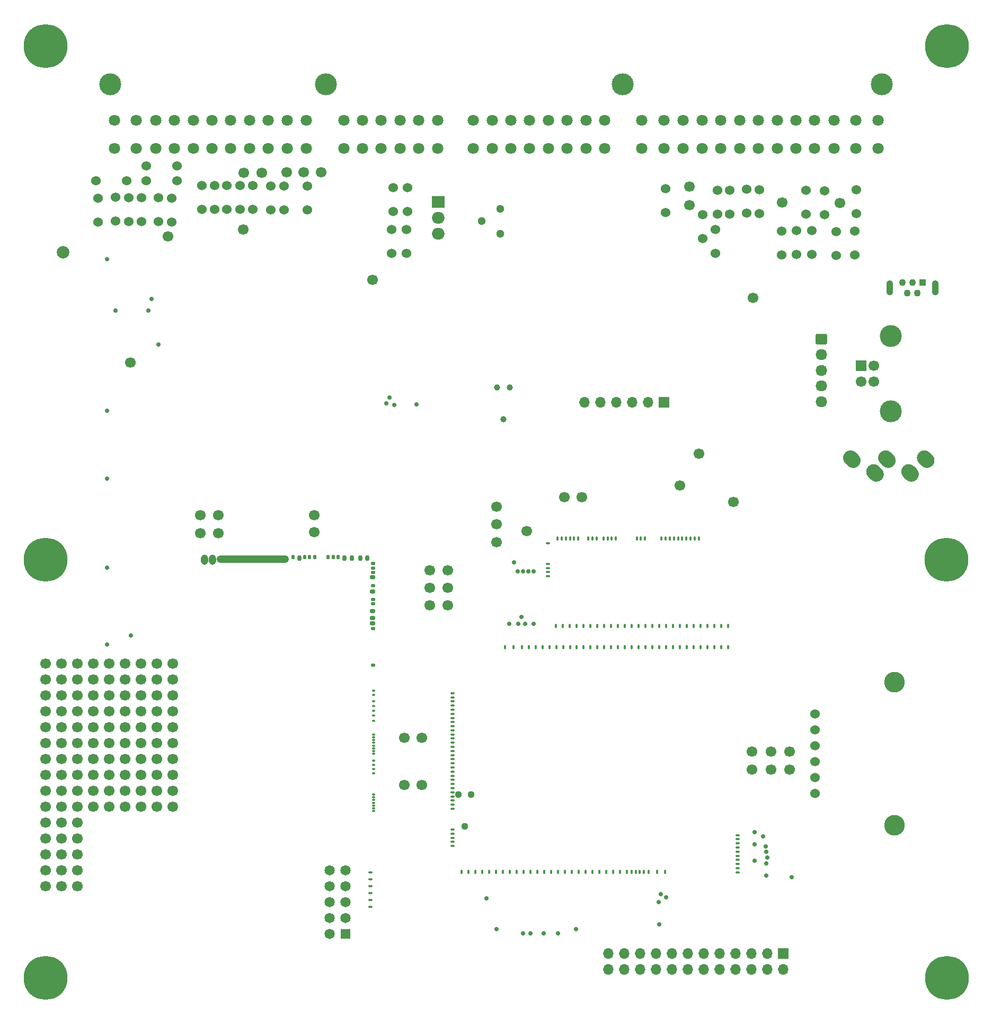
<source format=gbs>
G75*
G70*
%OFA0B0*%
%FSLAX25Y25*%
%IPPOS*%
%LPD*%
%AMOC8*
5,1,8,0,0,1.08239X$1,22.5*
%
%AMM199*
21,1,0.015350,0.009840,-0.000000,-0.000000,270.000000*
21,1,0.000000,0.025200,-0.000000,-0.000000,270.000000*
1,1,0.015350,-0.004920,-0.000000*
1,1,0.015350,-0.004920,-0.000000*
1,1,0.015350,0.004920,-0.000000*
1,1,0.015350,0.004920,-0.000000*
%
%AMM200*
21,1,0.015350,0.009840,-0.000000,-0.000000,180.000000*
21,1,0.000000,0.025200,-0.000000,-0.000000,180.000000*
1,1,0.015350,-0.000000,0.004920*
1,1,0.015350,-0.000000,0.004920*
1,1,0.015350,-0.000000,-0.004920*
1,1,0.015350,-0.000000,-0.004920*
%
%AMM304*
21,1,0.015350,0.009840,-0.000000,-0.000000,90.000000*
21,1,0.000000,0.025200,-0.000000,-0.000000,90.000000*
1,1,0.015350,0.004920,-0.000000*
1,1,0.015350,0.004920,-0.000000*
1,1,0.015350,-0.004920,-0.000000*
1,1,0.015350,-0.004920,-0.000000*
%
%AMM354*
21,1,0.015350,0.009840,-0.000000,0.000000,270.000000*
21,1,0.000000,0.025200,-0.000000,0.000000,270.000000*
1,1,0.015350,-0.004920,0.000000*
1,1,0.015350,-0.004920,0.000000*
1,1,0.015350,0.004920,0.000000*
1,1,0.015350,0.004920,0.000000*
%
%ADD122O,0.44882X0.04331*%
%ADD123O,0.01575X0.02362*%
%ADD124O,0.02362X0.03150*%
%ADD125O,0.02362X0.01575*%
%ADD126O,0.01575X0.00787*%
%ADD17C,0.02362*%
%ADD173C,0.02913*%
%ADD19C,0.06000*%
%ADD20C,0.06693*%
%ADD207C,0.03900*%
%ADD21R,0.06693X0.06693*%
%ADD22O,0.06693X0.06693*%
%ADD230C,0.04451*%
%ADD256C,0.05118*%
%ADD258O,0.04488X0.06457*%
%ADD259O,0.03701X0.02913*%
%ADD269O,0.02126X0.01339*%
%ADD270O,0.02913X0.02126*%
%ADD271O,0.02913X0.03701*%
%ADD272O,0.45433X0.04882*%
%ADD273O,0.02126X0.02913*%
%ADD291C,0.06457*%
%ADD292R,0.06457X0.06457*%
%ADD33O,0.03937X0.05906*%
%ADD34O,0.03150X0.02362*%
%ADD35C,0.13780*%
%ADD36C,0.07087*%
%ADD37R,0.04331X0.04331*%
%ADD38C,0.04331*%
%ADD39O,0.04331X0.09449*%
%ADD419M199*%
%ADD420M200*%
%ADD45C,0.13000*%
%ADD50C,0.27559*%
%ADD532M304*%
%ADD599M354*%
%ADD645R,0.07874X0.07500*%
%ADD646O,0.07874X0.07500*%
%ADD89O,0.07283X0.06693*%
%ADD99C,0.07874*%
X0000000Y0000000D02*
%LPD*%
G01*
D17*
X0297120Y0070059D03*
X0303321Y0050748D03*
X0353337Y0050784D03*
X0319955Y0048110D03*
X0324581Y0048110D03*
X0333144Y0048110D03*
X0341904Y0048110D03*
D19*
X0237251Y0475789D03*
X0237251Y0490789D03*
X0150007Y0503151D03*
X0150007Y0518151D03*
D20*
X0245285Y0141379D03*
X0245285Y0170915D03*
D21*
X0408865Y0381911D03*
D22*
X0398865Y0381911D03*
X0388865Y0381911D03*
X0378865Y0381911D03*
X0368865Y0381911D03*
X0358865Y0381911D03*
D20*
X0144455Y0526360D03*
X0079567Y0177549D03*
X0079567Y0187549D03*
X0079567Y0197549D03*
X0079567Y0207549D03*
X0079567Y0217549D03*
X0089567Y0177549D03*
X0089567Y0187549D03*
X0089567Y0197549D03*
X0089567Y0207549D03*
X0089567Y0217549D03*
X0099567Y0177549D03*
X0099567Y0187549D03*
X0099567Y0197549D03*
X0099567Y0207549D03*
X0099567Y0217549D03*
X0225243Y0459037D03*
X0096857Y0486241D03*
X0116936Y0311045D03*
X0049567Y0127549D03*
X0049567Y0137549D03*
X0049567Y0147549D03*
X0049567Y0157549D03*
X0049567Y0167549D03*
X0059567Y0127549D03*
X0059567Y0137549D03*
X0059567Y0147549D03*
X0059567Y0157549D03*
X0059567Y0167549D03*
X0069567Y0127549D03*
X0069567Y0137549D03*
X0069567Y0147549D03*
X0069567Y0157549D03*
X0069567Y0167549D03*
D33*
X0119744Y0282846D03*
X0124688Y0282846D03*
D122*
X0150059Y0283339D03*
D123*
X0175453Y0284520D03*
D124*
X0179291Y0284126D03*
D123*
X0182716Y0284520D03*
X0185591Y0284520D03*
X0189113Y0284520D03*
X0197283Y0284520D03*
X0200826Y0284520D03*
X0203622Y0284520D03*
D124*
X0207638Y0284126D03*
X0212264Y0284126D03*
X0217579Y0284126D03*
X0222205Y0284126D03*
D125*
X0225748Y0280464D03*
X0225748Y0277728D03*
X0225748Y0275050D03*
D34*
X0225374Y0271823D03*
D125*
X0225748Y0266684D03*
D34*
X0225374Y0262866D03*
D125*
X0225748Y0257846D03*
X0225748Y0255287D03*
D34*
X0225374Y0250563D03*
X0225374Y0246331D03*
X0225374Y0242886D03*
D125*
X0225748Y0239638D03*
X0225748Y0216606D03*
D126*
X0226161Y0200642D03*
X0226161Y0198043D03*
X0226161Y0193870D03*
X0226161Y0191098D03*
X0226161Y0187948D03*
X0226161Y0184799D03*
X0226161Y0181665D03*
X0226161Y0173024D03*
X0226161Y0171291D03*
X0226161Y0169559D03*
X0226161Y0167827D03*
X0226161Y0166095D03*
X0226161Y0164362D03*
X0226161Y0162630D03*
X0226161Y0160898D03*
X0226161Y0156469D03*
X0226161Y0153870D03*
X0226161Y0151272D03*
X0226161Y0148673D03*
X0226161Y0135268D03*
X0226161Y0133535D03*
X0226161Y0131803D03*
X0226161Y0130071D03*
X0226161Y0128339D03*
X0226161Y0126606D03*
X0226161Y0124874D03*
D19*
X0117920Y0503151D03*
X0117920Y0518151D03*
D20*
X0272841Y0254155D03*
D19*
X0442329Y0500395D03*
X0442329Y0515395D03*
D20*
X0193156Y0526596D03*
D19*
X0083077Y0530730D03*
X0102369Y0530730D03*
X0440951Y0475789D03*
X0440951Y0490789D03*
X0125991Y0503151D03*
X0125991Y0518151D03*
X0052721Y0495293D03*
X0052721Y0510293D03*
D35*
X0060398Y0581810D03*
X0196027Y0581810D03*
X0382642Y0581810D03*
X0545831Y0581810D03*
D36*
X0062957Y0541650D03*
X0076727Y0541650D03*
X0088937Y0541650D03*
X0100747Y0541650D03*
X0112557Y0541650D03*
X0124367Y0541650D03*
X0136177Y0541650D03*
X0147987Y0541650D03*
X0159797Y0541650D03*
X0171607Y0541650D03*
X0183817Y0541650D03*
X0062957Y0559370D03*
X0076727Y0559370D03*
X0088937Y0559370D03*
X0100747Y0559370D03*
X0112557Y0559370D03*
X0124367Y0559370D03*
X0136177Y0559370D03*
X0147987Y0559370D03*
X0159797Y0559370D03*
X0171607Y0559370D03*
X0183817Y0559370D03*
X0288744Y0541650D03*
X0300554Y0541650D03*
X0312364Y0541650D03*
X0324174Y0541650D03*
X0335994Y0541650D03*
X0347804Y0541650D03*
X0359614Y0541650D03*
X0371424Y0541650D03*
X0288744Y0559370D03*
X0300554Y0559370D03*
X0312364Y0559370D03*
X0324174Y0559370D03*
X0335994Y0559370D03*
X0347804Y0559370D03*
X0359614Y0559370D03*
X0371424Y0559370D03*
X0394834Y0541650D03*
X0408614Y0541650D03*
X0420834Y0541650D03*
X0432644Y0541650D03*
X0444454Y0541650D03*
X0456264Y0541650D03*
X0468074Y0541650D03*
X0479884Y0541650D03*
X0491694Y0541650D03*
X0503504Y0541650D03*
X0515714Y0541650D03*
X0529494Y0541650D03*
X0543274Y0541650D03*
X0394834Y0559370D03*
X0408614Y0559370D03*
X0420834Y0559370D03*
X0432644Y0559370D03*
X0444454Y0559370D03*
X0456264Y0559370D03*
X0468074Y0559370D03*
X0479884Y0559370D03*
X0491694Y0559370D03*
X0503504Y0559370D03*
X0515714Y0559370D03*
X0529494Y0559370D03*
X0543274Y0559370D03*
X0207248Y0541650D03*
X0219058Y0541650D03*
X0230868Y0541650D03*
X0242678Y0541650D03*
X0254498Y0541650D03*
X0266308Y0541650D03*
X0207248Y0559370D03*
X0219058Y0559370D03*
X0230868Y0559370D03*
X0242678Y0559370D03*
X0254498Y0559370D03*
X0266308Y0559370D03*
D20*
X0303353Y0305336D03*
X0357054Y0322304D03*
X0128353Y0299627D03*
X0475991Y0162226D03*
D19*
X0501778Y0475001D03*
X0501778Y0490001D03*
D37*
X0571266Y0457403D03*
D38*
X0568117Y0450513D03*
X0564967Y0457403D03*
X0561818Y0450513D03*
X0558668Y0457403D03*
D39*
X0579337Y0453958D03*
X0550597Y0453958D03*
D20*
X0452526Y0319273D03*
X0303353Y0316163D03*
D19*
X0246778Y0475749D03*
X0246778Y0490749D03*
D20*
X0464692Y0447659D03*
X0475991Y0151064D03*
X0261424Y0265375D03*
D21*
X0532743Y0404942D03*
D20*
X0532743Y0395100D03*
X0540617Y0395100D03*
X0540617Y0404942D03*
D35*
X0551286Y0423722D03*
X0551286Y0376320D03*
D20*
X0256349Y0170906D03*
X0487802Y0151064D03*
D17*
X0234091Y0381397D03*
X0236158Y0384842D03*
X0239110Y0380216D03*
X0253087Y0380511D03*
D45*
X0553550Y0205867D03*
X0553550Y0115867D03*
D19*
X0503550Y0185867D03*
X0503550Y0175867D03*
X0503550Y0165867D03*
X0503550Y0155867D03*
X0503550Y0145867D03*
X0503550Y0135867D03*
X0516936Y0489450D03*
X0516936Y0474450D03*
D20*
X0019567Y0177549D03*
X0019567Y0187549D03*
X0019567Y0197549D03*
X0019567Y0207549D03*
X0019567Y0217549D03*
X0029567Y0177549D03*
X0029567Y0187549D03*
X0029567Y0197549D03*
X0029567Y0207549D03*
X0029567Y0217549D03*
X0039567Y0177549D03*
X0039567Y0187549D03*
X0039567Y0197549D03*
X0039567Y0207549D03*
X0039567Y0217549D03*
X0171306Y0526596D03*
D17*
X0406667Y0072652D03*
X0410112Y0070585D03*
X0405486Y0067632D03*
X0405782Y0053656D03*
D20*
X0116936Y0299627D03*
X0182054Y0526556D03*
X0188589Y0300415D03*
D19*
X0072093Y0495474D03*
X0072093Y0510474D03*
D50*
X0019685Y0020079D03*
G36*
G01*
X0223638Y0086788D02*
X0224622Y0086788D01*
G75*
G02*
X0225114Y0086296I0000000J-000492D01*
G01*
X0225114Y0086296D01*
G75*
G02*
X0224622Y0085804I-000492J0000000D01*
G01*
X0223638Y0085804D01*
G75*
G02*
X0223146Y0086296I0000000J0000492D01*
G01*
X0223146Y0086296D01*
G75*
G02*
X0223638Y0086788I0000492J0000000D01*
G01*
G37*
G36*
G01*
X0223638Y0082458D02*
X0224622Y0082458D01*
G75*
G02*
X0225114Y0081965I0000000J-000492D01*
G01*
X0225114Y0081965D01*
G75*
G02*
X0224622Y0081473I-000492J0000000D01*
G01*
X0223638Y0081473D01*
G75*
G02*
X0223146Y0081965I0000000J0000492D01*
G01*
X0223146Y0081965D01*
G75*
G02*
X0223638Y0082458I0000492J0000000D01*
G01*
G37*
G36*
G01*
X0223638Y0078127D02*
X0224622Y0078127D01*
G75*
G02*
X0225114Y0077635I0000000J-000492D01*
G01*
X0225114Y0077635D01*
G75*
G02*
X0224622Y0077143I-000492J0000000D01*
G01*
X0223638Y0077143D01*
G75*
G02*
X0223146Y0077635I0000000J0000492D01*
G01*
X0223146Y0077635D01*
G75*
G02*
X0223638Y0078127I0000492J0000000D01*
G01*
G37*
G36*
G01*
X0223638Y0073796D02*
X0224622Y0073796D01*
G75*
G02*
X0225114Y0073304I0000000J-000492D01*
G01*
X0225114Y0073304D01*
G75*
G02*
X0224622Y0072812I-000492J0000000D01*
G01*
X0223638Y0072812D01*
G75*
G02*
X0223146Y0073304I0000000J0000492D01*
G01*
X0223146Y0073304D01*
G75*
G02*
X0223638Y0073796I0000492J0000000D01*
G01*
G37*
G36*
G01*
X0223638Y0069465D02*
X0224622Y0069465D01*
G75*
G02*
X0225114Y0068973I0000000J-000492D01*
G01*
X0225114Y0068973D01*
G75*
G02*
X0224622Y0068481I-000492J0000000D01*
G01*
X0223638Y0068481D01*
G75*
G02*
X0223146Y0068973I0000000J0000492D01*
G01*
X0223146Y0068973D01*
G75*
G02*
X0223638Y0069465I0000492J0000000D01*
G01*
G37*
G36*
G01*
X0223638Y0065135D02*
X0224622Y0065135D01*
G75*
G02*
X0225114Y0064643I0000000J-000492D01*
G01*
X0225114Y0064643D01*
G75*
G02*
X0224622Y0064151I-000492J0000000D01*
G01*
X0223638Y0064151D01*
G75*
G02*
X0223146Y0064643I0000000J0000492D01*
G01*
X0223146Y0064643D01*
G75*
G02*
X0223638Y0065135I0000492J0000000D01*
G01*
G37*
D20*
X0322492Y0300812D03*
X0487802Y0162226D03*
X0519495Y0507304D03*
X0019567Y0077549D03*
X0019567Y0087549D03*
X0019567Y0097549D03*
X0019567Y0107549D03*
X0019567Y0117549D03*
X0029567Y0077549D03*
X0029567Y0087549D03*
X0029567Y0097549D03*
X0029567Y0107549D03*
X0029567Y0117549D03*
X0039567Y0077549D03*
X0039567Y0087549D03*
X0039567Y0097549D03*
X0039567Y0107549D03*
X0039567Y0117549D03*
G36*
G01*
X0335286Y0273039D02*
X0336270Y0273039D01*
G75*
G02*
X0336762Y0272547I0000000J-000492D01*
G01*
X0336762Y0272547D01*
G75*
G02*
X0336270Y0272054I-000492J0000000D01*
G01*
X0335286Y0272054D01*
G75*
G02*
X0334794Y0272547I0000000J0000492D01*
G01*
X0334794Y0272547D01*
G75*
G02*
X0335286Y0273039I0000492J0000000D01*
G01*
G37*
G36*
G01*
X0335286Y0275637D02*
X0336270Y0275637D01*
G75*
G02*
X0336762Y0275145I0000000J-000492D01*
G01*
X0336762Y0275145D01*
G75*
G02*
X0336270Y0274653I-000492J0000000D01*
G01*
X0335286Y0274653D01*
G75*
G02*
X0334794Y0275145I0000000J0000492D01*
G01*
X0334794Y0275145D01*
G75*
G02*
X0335286Y0275637I0000492J0000000D01*
G01*
G37*
G36*
G01*
X0335286Y0278236D02*
X0336270Y0278236D01*
G75*
G02*
X0336762Y0277743I0000000J-000492D01*
G01*
X0336762Y0277743D01*
G75*
G02*
X0336270Y0277251I-000492J0000000D01*
G01*
X0335286Y0277251D01*
G75*
G02*
X0334794Y0277743I0000000J0000492D01*
G01*
X0334794Y0277743D01*
G75*
G02*
X0335286Y0278236I0000492J0000000D01*
G01*
G37*
G36*
G01*
X0335286Y0280834D02*
X0336270Y0280834D01*
G75*
G02*
X0336762Y0280342I0000000J-000492D01*
G01*
X0336762Y0280342D01*
G75*
G02*
X0336270Y0279850I-000492J0000000D01*
G01*
X0335286Y0279850D01*
G75*
G02*
X0334794Y0280342I0000000J0000492D01*
G01*
X0334794Y0280342D01*
G75*
G02*
X0335286Y0280834I0000492J0000000D01*
G01*
G37*
G36*
G01*
X0335286Y0293826D02*
X0336270Y0293826D01*
G75*
G02*
X0336762Y0293334I0000000J-000492D01*
G01*
X0336762Y0293334D01*
G75*
G02*
X0336270Y0292842I-000492J0000000D01*
G01*
X0335286Y0292842D01*
G75*
G02*
X0334794Y0293334I0000000J0000492D01*
G01*
X0334794Y0293334D01*
G75*
G02*
X0335286Y0293826I0000492J0000000D01*
G01*
G37*
G36*
G01*
X0448554Y0240681D02*
X0448554Y0241665D01*
G75*
G02*
X0449046Y0242158I0000492J0000000D01*
G01*
X0449046Y0242158D01*
G75*
G02*
X0449538Y0241665I0000000J-000492D01*
G01*
X0449538Y0240681D01*
G75*
G02*
X0449046Y0240189I-000492J0000000D01*
G01*
X0449046Y0240189D01*
G75*
G02*
X0448554Y0240681I0000000J0000492D01*
G01*
G37*
G36*
G01*
X0445207Y0241665D02*
X0445207Y0240681D01*
G75*
G02*
X0444715Y0240189I-000492J0000000D01*
G01*
X0444715Y0240189D01*
G75*
G02*
X0444223Y0240681I0000000J0000492D01*
G01*
X0444223Y0241665D01*
G75*
G02*
X0444715Y0242158I0000492J0000000D01*
G01*
X0444715Y0242158D01*
G75*
G02*
X0445207Y0241665I0000000J-000492D01*
G01*
G37*
G36*
G01*
X0440877Y0241665D02*
X0440877Y0240681D01*
G75*
G02*
X0440384Y0240189I-000492J0000000D01*
G01*
X0440384Y0240189D01*
G75*
G02*
X0439892Y0240681I0000000J0000492D01*
G01*
X0439892Y0241665D01*
G75*
G02*
X0440384Y0242158I0000492J0000000D01*
G01*
X0440384Y0242158D01*
G75*
G02*
X0440877Y0241665I0000000J-000492D01*
G01*
G37*
G36*
G01*
X0436546Y0241665D02*
X0436546Y0240681D01*
G75*
G02*
X0436054Y0240189I-000492J0000000D01*
G01*
X0436054Y0240189D01*
G75*
G02*
X0435562Y0240681I0000000J0000492D01*
G01*
X0435562Y0241665D01*
G75*
G02*
X0436054Y0242158I0000492J0000000D01*
G01*
X0436054Y0242158D01*
G75*
G02*
X0436546Y0241665I0000000J-000492D01*
G01*
G37*
G36*
G01*
X0432215Y0241665D02*
X0432215Y0240681D01*
G75*
G02*
X0431723Y0240189I-000492J0000000D01*
G01*
X0431723Y0240189D01*
G75*
G02*
X0431231Y0240681I0000000J0000492D01*
G01*
X0431231Y0241665D01*
G75*
G02*
X0431723Y0242158I0000492J0000000D01*
G01*
X0431723Y0242158D01*
G75*
G02*
X0432215Y0241665I0000000J-000492D01*
G01*
G37*
G36*
G01*
X0427884Y0241665D02*
X0427884Y0240681D01*
G75*
G02*
X0427392Y0240189I-000492J0000000D01*
G01*
X0427392Y0240189D01*
G75*
G02*
X0426900Y0240681I0000000J0000492D01*
G01*
X0426900Y0241665D01*
G75*
G02*
X0427392Y0242158I0000492J0000000D01*
G01*
X0427392Y0242158D01*
G75*
G02*
X0427884Y0241665I0000000J-000492D01*
G01*
G37*
G36*
G01*
X0423554Y0241665D02*
X0423554Y0240681D01*
G75*
G02*
X0423062Y0240189I-000492J0000000D01*
G01*
X0423062Y0240189D01*
G75*
G02*
X0422569Y0240681I0000000J0000492D01*
G01*
X0422569Y0241665D01*
G75*
G02*
X0423062Y0242158I0000492J0000000D01*
G01*
X0423062Y0242158D01*
G75*
G02*
X0423554Y0241665I0000000J-000492D01*
G01*
G37*
G36*
G01*
X0419223Y0241665D02*
X0419223Y0240681D01*
G75*
G02*
X0418731Y0240189I-000492J0000000D01*
G01*
X0418731Y0240189D01*
G75*
G02*
X0418239Y0240681I0000000J0000492D01*
G01*
X0418239Y0241665D01*
G75*
G02*
X0418731Y0242158I0000492J0000000D01*
G01*
X0418731Y0242158D01*
G75*
G02*
X0419223Y0241665I0000000J-000492D01*
G01*
G37*
G36*
G01*
X0414892Y0241665D02*
X0414892Y0240681D01*
G75*
G02*
X0414400Y0240189I-000492J0000000D01*
G01*
X0414400Y0240189D01*
G75*
G02*
X0413908Y0240681I0000000J0000492D01*
G01*
X0413908Y0241665D01*
G75*
G02*
X0414400Y0242158I0000492J0000000D01*
G01*
X0414400Y0242158D01*
G75*
G02*
X0414892Y0241665I0000000J-000492D01*
G01*
G37*
G36*
G01*
X0410562Y0241665D02*
X0410562Y0240681D01*
G75*
G02*
X0410069Y0240189I-000492J0000000D01*
G01*
X0410069Y0240189D01*
G75*
G02*
X0409577Y0240681I0000000J0000492D01*
G01*
X0409577Y0241665D01*
G75*
G02*
X0410069Y0242158I0000492J0000000D01*
G01*
X0410069Y0242158D01*
G75*
G02*
X0410562Y0241665I0000000J-000492D01*
G01*
G37*
G36*
G01*
X0406231Y0241665D02*
X0406231Y0240681D01*
G75*
G02*
X0405739Y0240189I-000492J0000000D01*
G01*
X0405739Y0240189D01*
G75*
G02*
X0405247Y0240681I0000000J0000492D01*
G01*
X0405247Y0241665D01*
G75*
G02*
X0405739Y0242158I0000492J0000000D01*
G01*
X0405739Y0242158D01*
G75*
G02*
X0406231Y0241665I0000000J-000492D01*
G01*
G37*
G36*
G01*
X0401900Y0241665D02*
X0401900Y0240681D01*
G75*
G02*
X0401408Y0240189I-000492J0000000D01*
G01*
X0401408Y0240189D01*
G75*
G02*
X0400916Y0240681I0000000J0000492D01*
G01*
X0400916Y0241665D01*
G75*
G02*
X0401408Y0242158I0000492J0000000D01*
G01*
X0401408Y0242158D01*
G75*
G02*
X0401900Y0241665I0000000J-000492D01*
G01*
G37*
G36*
G01*
X0397570Y0241665D02*
X0397570Y0240681D01*
G75*
G02*
X0397077Y0240189I-000492J0000000D01*
G01*
X0397077Y0240189D01*
G75*
G02*
X0396585Y0240681I0000000J0000492D01*
G01*
X0396585Y0241665D01*
G75*
G02*
X0397077Y0242158I0000492J0000000D01*
G01*
X0397077Y0242158D01*
G75*
G02*
X0397570Y0241665I0000000J-000492D01*
G01*
G37*
G36*
G01*
X0393239Y0241665D02*
X0393239Y0240681D01*
G75*
G02*
X0392747Y0240189I-000492J0000000D01*
G01*
X0392747Y0240189D01*
G75*
G02*
X0392255Y0240681I0000000J0000492D01*
G01*
X0392255Y0241665D01*
G75*
G02*
X0392747Y0242158I0000492J0000000D01*
G01*
X0392747Y0242158D01*
G75*
G02*
X0393239Y0241665I0000000J-000492D01*
G01*
G37*
G36*
G01*
X0388908Y0241665D02*
X0388908Y0240681D01*
G75*
G02*
X0388416Y0240189I-000492J0000000D01*
G01*
X0388416Y0240189D01*
G75*
G02*
X0387924Y0240681I0000000J0000492D01*
G01*
X0387924Y0241665D01*
G75*
G02*
X0388416Y0242158I0000492J0000000D01*
G01*
X0388416Y0242158D01*
G75*
G02*
X0388908Y0241665I0000000J-000492D01*
G01*
G37*
G36*
G01*
X0384577Y0241665D02*
X0384577Y0240681D01*
G75*
G02*
X0384085Y0240189I-000492J0000000D01*
G01*
X0384085Y0240189D01*
G75*
G02*
X0383593Y0240681I0000000J0000492D01*
G01*
X0383593Y0241665D01*
G75*
G02*
X0384085Y0242158I0000492J0000000D01*
G01*
X0384085Y0242158D01*
G75*
G02*
X0384577Y0241665I0000000J-000492D01*
G01*
G37*
G36*
G01*
X0380247Y0241665D02*
X0380247Y0240681D01*
G75*
G02*
X0379755Y0240189I-000492J0000000D01*
G01*
X0379755Y0240189D01*
G75*
G02*
X0379262Y0240681I0000000J0000492D01*
G01*
X0379262Y0241665D01*
G75*
G02*
X0379755Y0242158I0000492J0000000D01*
G01*
X0379755Y0242158D01*
G75*
G02*
X0380247Y0241665I0000000J-000492D01*
G01*
G37*
G36*
G01*
X0375916Y0241665D02*
X0375916Y0240681D01*
G75*
G02*
X0375424Y0240189I-000492J0000000D01*
G01*
X0375424Y0240189D01*
G75*
G02*
X0374932Y0240681I0000000J0000492D01*
G01*
X0374932Y0241665D01*
G75*
G02*
X0375424Y0242158I0000492J0000000D01*
G01*
X0375424Y0242158D01*
G75*
G02*
X0375916Y0241665I0000000J-000492D01*
G01*
G37*
G36*
G01*
X0371585Y0241665D02*
X0371585Y0240681D01*
G75*
G02*
X0371093Y0240189I-000492J0000000D01*
G01*
X0371093Y0240189D01*
G75*
G02*
X0370601Y0240681I0000000J0000492D01*
G01*
X0370601Y0241665D01*
G75*
G02*
X0371093Y0242158I0000492J0000000D01*
G01*
X0371093Y0242158D01*
G75*
G02*
X0371585Y0241665I0000000J-000492D01*
G01*
G37*
G36*
G01*
X0367255Y0241665D02*
X0367255Y0240681D01*
G75*
G02*
X0366762Y0240189I-000492J0000000D01*
G01*
X0366762Y0240189D01*
G75*
G02*
X0366270Y0240681I0000000J0000492D01*
G01*
X0366270Y0241665D01*
G75*
G02*
X0366762Y0242158I0000492J0000000D01*
G01*
X0366762Y0242158D01*
G75*
G02*
X0367255Y0241665I0000000J-000492D01*
G01*
G37*
G36*
G01*
X0362924Y0241665D02*
X0362924Y0240681D01*
G75*
G02*
X0362432Y0240189I-000492J0000000D01*
G01*
X0362432Y0240189D01*
G75*
G02*
X0361940Y0240681I0000000J0000492D01*
G01*
X0361940Y0241665D01*
G75*
G02*
X0362432Y0242158I0000492J0000000D01*
G01*
X0362432Y0242158D01*
G75*
G02*
X0362924Y0241665I0000000J-000492D01*
G01*
G37*
G36*
G01*
X0358593Y0241665D02*
X0358593Y0240681D01*
G75*
G02*
X0358101Y0240189I-000492J0000000D01*
G01*
X0358101Y0240189D01*
G75*
G02*
X0357609Y0240681I0000000J0000492D01*
G01*
X0357609Y0241665D01*
G75*
G02*
X0358101Y0242158I0000492J0000000D01*
G01*
X0358101Y0242158D01*
G75*
G02*
X0358593Y0241665I0000000J-000492D01*
G01*
G37*
G36*
G01*
X0354263Y0241665D02*
X0354263Y0240681D01*
G75*
G02*
X0353770Y0240189I-000492J0000000D01*
G01*
X0353770Y0240189D01*
G75*
G02*
X0353278Y0240681I0000000J0000492D01*
G01*
X0353278Y0241665D01*
G75*
G02*
X0353770Y0242158I0000492J0000000D01*
G01*
X0353770Y0242158D01*
G75*
G02*
X0354263Y0241665I0000000J-000492D01*
G01*
G37*
G36*
G01*
X0349932Y0241665D02*
X0349932Y0240681D01*
G75*
G02*
X0349440Y0240189I-000492J0000000D01*
G01*
X0349440Y0240189D01*
G75*
G02*
X0348948Y0240681I0000000J0000492D01*
G01*
X0348948Y0241665D01*
G75*
G02*
X0349440Y0242158I0000492J0000000D01*
G01*
X0349440Y0242158D01*
G75*
G02*
X0349932Y0241665I0000000J-000492D01*
G01*
G37*
G36*
G01*
X0345601Y0241665D02*
X0345601Y0240681D01*
G75*
G02*
X0345109Y0240189I-000492J0000000D01*
G01*
X0345109Y0240189D01*
G75*
G02*
X0344617Y0240681I0000000J0000492D01*
G01*
X0344617Y0241665D01*
G75*
G02*
X0345109Y0242158I0000492J0000000D01*
G01*
X0345109Y0242158D01*
G75*
G02*
X0345601Y0241665I0000000J-000492D01*
G01*
G37*
G36*
G01*
X0341270Y0241665D02*
X0341270Y0240681D01*
G75*
G02*
X0340778Y0240189I-000492J0000000D01*
G01*
X0340778Y0240189D01*
G75*
G02*
X0340286Y0240681I0000000J0000492D01*
G01*
X0340286Y0241665D01*
G75*
G02*
X0340778Y0242158I0000492J0000000D01*
G01*
X0340778Y0242158D01*
G75*
G02*
X0341270Y0241665I0000000J-000492D01*
G01*
G37*
G36*
G01*
X0342258Y0296634D02*
X0342258Y0295650D01*
G75*
G02*
X0341766Y0295158I-000492J0000000D01*
G01*
X0341766Y0295158D01*
G75*
G02*
X0341274Y0295650I0000000J0000492D01*
G01*
X0341274Y0296634D01*
G75*
G02*
X0341766Y0297126I0000492J0000000D01*
G01*
X0341766Y0297126D01*
G75*
G02*
X0342258Y0296634I0000000J-000492D01*
G01*
G37*
G36*
G01*
X0344857Y0296634D02*
X0344857Y0295650D01*
G75*
G02*
X0344365Y0295158I-000492J0000000D01*
G01*
X0344365Y0295158D01*
G75*
G02*
X0343873Y0295650I0000000J0000492D01*
G01*
X0343873Y0296634D01*
G75*
G02*
X0344365Y0297126I0000492J0000000D01*
G01*
X0344365Y0297126D01*
G75*
G02*
X0344857Y0296634I0000000J-000492D01*
G01*
G37*
G36*
G01*
X0347455Y0296634D02*
X0347455Y0295650D01*
G75*
G02*
X0346963Y0295158I-000492J0000000D01*
G01*
X0346963Y0295158D01*
G75*
G02*
X0346471Y0295650I0000000J0000492D01*
G01*
X0346471Y0296634D01*
G75*
G02*
X0346963Y0297126I0000492J0000000D01*
G01*
X0346963Y0297126D01*
G75*
G02*
X0347455Y0296634I0000000J-000492D01*
G01*
G37*
G36*
G01*
X0350054Y0296634D02*
X0350054Y0295650D01*
G75*
G02*
X0349562Y0295158I-000492J0000000D01*
G01*
X0349562Y0295158D01*
G75*
G02*
X0349069Y0295650I0000000J0000492D01*
G01*
X0349069Y0296634D01*
G75*
G02*
X0349562Y0297126I0000492J0000000D01*
G01*
X0349562Y0297126D01*
G75*
G02*
X0350054Y0296634I0000000J-000492D01*
G01*
G37*
G36*
G01*
X0352652Y0296634D02*
X0352652Y0295650D01*
G75*
G02*
X0352160Y0295158I-000492J0000000D01*
G01*
X0352160Y0295158D01*
G75*
G02*
X0351668Y0295650I0000000J0000492D01*
G01*
X0351668Y0296634D01*
G75*
G02*
X0352160Y0297126I0000492J0000000D01*
G01*
X0352160Y0297126D01*
G75*
G02*
X0352652Y0296634I0000000J-000492D01*
G01*
G37*
G36*
G01*
X0355251Y0296634D02*
X0355251Y0295650D01*
G75*
G02*
X0354758Y0295158I-000492J0000000D01*
G01*
X0354758Y0295158D01*
G75*
G02*
X0354266Y0295650I0000000J0000492D01*
G01*
X0354266Y0296634D01*
G75*
G02*
X0354758Y0297126I0000492J0000000D01*
G01*
X0354758Y0297126D01*
G75*
G02*
X0355251Y0296634I0000000J-000492D01*
G01*
G37*
G36*
G01*
X0361554Y0296634D02*
X0361554Y0295650D01*
G75*
G02*
X0361062Y0295158I-000492J0000000D01*
G01*
X0361062Y0295158D01*
G75*
G02*
X0360569Y0295650I0000000J0000492D01*
G01*
X0360569Y0296634D01*
G75*
G02*
X0361062Y0297126I0000492J0000000D01*
G01*
X0361062Y0297126D01*
G75*
G02*
X0361554Y0296634I0000000J-000492D01*
G01*
G37*
G36*
G01*
X0364152Y0296634D02*
X0364152Y0295650D01*
G75*
G02*
X0363660Y0295158I-000492J0000000D01*
G01*
X0363660Y0295158D01*
G75*
G02*
X0363168Y0295650I0000000J0000492D01*
G01*
X0363168Y0296634D01*
G75*
G02*
X0363660Y0297126I0000492J0000000D01*
G01*
X0363660Y0297126D01*
G75*
G02*
X0364152Y0296634I0000000J-000492D01*
G01*
G37*
G36*
G01*
X0366751Y0296634D02*
X0366751Y0295650D01*
G75*
G02*
X0366258Y0295158I-000492J0000000D01*
G01*
X0366258Y0295158D01*
G75*
G02*
X0365766Y0295650I0000000J0000492D01*
G01*
X0365766Y0296634D01*
G75*
G02*
X0366258Y0297126I0000492J0000000D01*
G01*
X0366258Y0297126D01*
G75*
G02*
X0366751Y0296634I0000000J-000492D01*
G01*
G37*
G36*
G01*
X0371164Y0296634D02*
X0371164Y0295650D01*
G75*
G02*
X0370671Y0295158I-000492J0000000D01*
G01*
X0370671Y0295158D01*
G75*
G02*
X0370179Y0295650I0000000J0000492D01*
G01*
X0370179Y0296634D01*
G75*
G02*
X0370671Y0297126I0000492J0000000D01*
G01*
X0370671Y0297126D01*
G75*
G02*
X0371164Y0296634I0000000J-000492D01*
G01*
G37*
G36*
G01*
X0373762Y0296634D02*
X0373762Y0295650D01*
G75*
G02*
X0373270Y0295158I-000492J0000000D01*
G01*
X0373270Y0295158D01*
G75*
G02*
X0372778Y0295650I0000000J0000492D01*
G01*
X0372778Y0296634D01*
G75*
G02*
X0373270Y0297126I0000492J0000000D01*
G01*
X0373270Y0297126D01*
G75*
G02*
X0373762Y0296634I0000000J-000492D01*
G01*
G37*
G36*
G01*
X0376360Y0296634D02*
X0376360Y0295650D01*
G75*
G02*
X0375868Y0295158I-000492J0000000D01*
G01*
X0375868Y0295158D01*
G75*
G02*
X0375376Y0295650I0000000J0000492D01*
G01*
X0375376Y0296634D01*
G75*
G02*
X0375868Y0297126I0000492J0000000D01*
G01*
X0375868Y0297126D01*
G75*
G02*
X0376360Y0296634I0000000J-000492D01*
G01*
G37*
G36*
G01*
X0378959Y0296634D02*
X0378959Y0295650D01*
G75*
G02*
X0378467Y0295158I-000492J0000000D01*
G01*
X0378467Y0295158D01*
G75*
G02*
X0377975Y0295650I0000000J0000492D01*
G01*
X0377975Y0296634D01*
G75*
G02*
X0378467Y0297126I0000492J0000000D01*
G01*
X0378467Y0297126D01*
G75*
G02*
X0378959Y0296634I0000000J-000492D01*
G01*
G37*
G36*
G01*
X0392054Y0296634D02*
X0392054Y0295650D01*
G75*
G02*
X0391562Y0295158I-000492J0000000D01*
G01*
X0391562Y0295158D01*
G75*
G02*
X0391069Y0295650I0000000J0000492D01*
G01*
X0391069Y0296634D01*
G75*
G02*
X0391562Y0297126I0000492J0000000D01*
G01*
X0391562Y0297126D01*
G75*
G02*
X0392054Y0296634I0000000J-000492D01*
G01*
G37*
G36*
G01*
X0394652Y0296634D02*
X0394652Y0295650D01*
G75*
G02*
X0394160Y0295158I-000492J0000000D01*
G01*
X0394160Y0295158D01*
G75*
G02*
X0393668Y0295650I0000000J0000492D01*
G01*
X0393668Y0296634D01*
G75*
G02*
X0394160Y0297126I0000492J0000000D01*
G01*
X0394160Y0297126D01*
G75*
G02*
X0394652Y0296634I0000000J-000492D01*
G01*
G37*
G36*
G01*
X0397251Y0296634D02*
X0397251Y0295650D01*
G75*
G02*
X0396758Y0295158I-000492J0000000D01*
G01*
X0396758Y0295158D01*
G75*
G02*
X0396266Y0295650I0000000J0000492D01*
G01*
X0396266Y0296634D01*
G75*
G02*
X0396758Y0297126I0000492J0000000D01*
G01*
X0396758Y0297126D01*
G75*
G02*
X0397251Y0296634I0000000J-000492D01*
G01*
G37*
G36*
G01*
X0407668Y0296634D02*
X0407668Y0295650D01*
G75*
G02*
X0407176Y0295158I-000492J0000000D01*
G01*
X0407176Y0295158D01*
G75*
G02*
X0406684Y0295650I0000000J0000492D01*
G01*
X0406684Y0296634D01*
G75*
G02*
X0407176Y0297126I0000492J0000000D01*
G01*
X0407176Y0297126D01*
G75*
G02*
X0407668Y0296634I0000000J-000492D01*
G01*
G37*
G36*
G01*
X0410266Y0296634D02*
X0410266Y0295650D01*
G75*
G02*
X0409774Y0295158I-000492J0000000D01*
G01*
X0409774Y0295158D01*
G75*
G02*
X0409282Y0295650I0000000J0000492D01*
G01*
X0409282Y0296634D01*
G75*
G02*
X0409774Y0297126I0000492J0000000D01*
G01*
X0409774Y0297126D01*
G75*
G02*
X0410266Y0296634I0000000J-000492D01*
G01*
G37*
G36*
G01*
X0412865Y0296634D02*
X0412865Y0295650D01*
G75*
G02*
X0412373Y0295158I-000492J0000000D01*
G01*
X0412373Y0295158D01*
G75*
G02*
X0411880Y0295650I0000000J0000492D01*
G01*
X0411880Y0296634D01*
G75*
G02*
X0412373Y0297126I0000492J0000000D01*
G01*
X0412373Y0297126D01*
G75*
G02*
X0412865Y0296634I0000000J-000492D01*
G01*
G37*
G36*
G01*
X0415463Y0296634D02*
X0415463Y0295650D01*
G75*
G02*
X0414971Y0295158I-000492J0000000D01*
G01*
X0414971Y0295158D01*
G75*
G02*
X0414479Y0295650I0000000J0000492D01*
G01*
X0414479Y0296634D01*
G75*
G02*
X0414971Y0297126I0000492J0000000D01*
G01*
X0414971Y0297126D01*
G75*
G02*
X0415463Y0296634I0000000J-000492D01*
G01*
G37*
G36*
G01*
X0418062Y0296634D02*
X0418062Y0295650D01*
G75*
G02*
X0417569Y0295158I-000492J0000000D01*
G01*
X0417569Y0295158D01*
G75*
G02*
X0417077Y0295650I0000000J0000492D01*
G01*
X0417077Y0296634D01*
G75*
G02*
X0417569Y0297126I0000492J0000000D01*
G01*
X0417569Y0297126D01*
G75*
G02*
X0418062Y0296634I0000000J-000492D01*
G01*
G37*
G36*
G01*
X0420660Y0296634D02*
X0420660Y0295650D01*
G75*
G02*
X0420168Y0295158I-000492J0000000D01*
G01*
X0420168Y0295158D01*
G75*
G02*
X0419676Y0295650I0000000J0000492D01*
G01*
X0419676Y0296634D01*
G75*
G02*
X0420168Y0297126I0000492J0000000D01*
G01*
X0420168Y0297126D01*
G75*
G02*
X0420660Y0296634I0000000J-000492D01*
G01*
G37*
G36*
G01*
X0423258Y0296634D02*
X0423258Y0295650D01*
G75*
G02*
X0422766Y0295158I-000492J0000000D01*
G01*
X0422766Y0295158D01*
G75*
G02*
X0422274Y0295650I0000000J0000492D01*
G01*
X0422274Y0296634D01*
G75*
G02*
X0422766Y0297126I0000492J0000000D01*
G01*
X0422766Y0297126D01*
G75*
G02*
X0423258Y0296634I0000000J-000492D01*
G01*
G37*
G36*
G01*
X0425857Y0296634D02*
X0425857Y0295650D01*
G75*
G02*
X0425365Y0295158I-000492J0000000D01*
G01*
X0425365Y0295158D01*
G75*
G02*
X0424873Y0295650I0000000J0000492D01*
G01*
X0424873Y0296634D01*
G75*
G02*
X0425365Y0297126I0000492J0000000D01*
G01*
X0425365Y0297126D01*
G75*
G02*
X0425857Y0296634I0000000J-000492D01*
G01*
G37*
G36*
G01*
X0428455Y0296634D02*
X0428455Y0295650D01*
G75*
G02*
X0427963Y0295158I-000492J0000000D01*
G01*
X0427963Y0295158D01*
G75*
G02*
X0427471Y0295650I0000000J0000492D01*
G01*
X0427471Y0296634D01*
G75*
G02*
X0427963Y0297126I0000492J0000000D01*
G01*
X0427963Y0297126D01*
G75*
G02*
X0428455Y0296634I0000000J-000492D01*
G01*
G37*
G36*
G01*
X0431054Y0296634D02*
X0431054Y0295650D01*
G75*
G02*
X0430562Y0295158I-000492J0000000D01*
G01*
X0430562Y0295158D01*
G75*
G02*
X0430069Y0295650I0000000J0000492D01*
G01*
X0430069Y0296634D01*
G75*
G02*
X0430562Y0297126I0000492J0000000D01*
G01*
X0430562Y0297126D01*
G75*
G02*
X0431054Y0296634I0000000J-000492D01*
G01*
G37*
D19*
X0080125Y0495553D03*
X0080125Y0510553D03*
X0498130Y0500177D03*
X0498130Y0515177D03*
G36*
G01*
X0275360Y0103401D02*
X0276345Y0103401D01*
G75*
G02*
X0276837Y0102909I0000000J-000492D01*
G01*
X0276837Y0102909D01*
G75*
G02*
X0276345Y0102417I-000492J0000000D01*
G01*
X0275360Y0102417D01*
G75*
G02*
X0274868Y0102909I0000000J0000492D01*
G01*
X0274868Y0102909D01*
G75*
G02*
X0275360Y0103401I0000492J0000000D01*
G01*
G37*
G36*
G01*
X0276345Y0105015D02*
X0275360Y0105015D01*
G75*
G02*
X0274868Y0105507I0000000J0000492D01*
G01*
X0274868Y0105507D01*
G75*
G02*
X0275360Y0105999I0000492J0000000D01*
G01*
X0276345Y0105999D01*
G75*
G02*
X0276837Y0105507I0000000J-000492D01*
G01*
X0276837Y0105507D01*
G75*
G02*
X0276345Y0105015I-000492J0000000D01*
G01*
G37*
G36*
G01*
X0276345Y0107614D02*
X0275360Y0107614D01*
G75*
G02*
X0274868Y0108106I0000000J0000492D01*
G01*
X0274868Y0108106D01*
G75*
G02*
X0275360Y0108598I0000492J0000000D01*
G01*
X0276345Y0108598D01*
G75*
G02*
X0276837Y0108106I0000000J-000492D01*
G01*
X0276837Y0108106D01*
G75*
G02*
X0276345Y0107614I-000492J0000000D01*
G01*
G37*
G36*
G01*
X0276345Y0110212D02*
X0275360Y0110212D01*
G75*
G02*
X0274868Y0110704I0000000J0000492D01*
G01*
X0274868Y0110704D01*
G75*
G02*
X0275360Y0111196I0000492J0000000D01*
G01*
X0276345Y0111196D01*
G75*
G02*
X0276837Y0110704I0000000J-000492D01*
G01*
X0276837Y0110704D01*
G75*
G02*
X0276345Y0110212I-000492J0000000D01*
G01*
G37*
G36*
G01*
X0276345Y0112810D02*
X0275360Y0112810D01*
G75*
G02*
X0274868Y0113303I0000000J0000492D01*
G01*
X0274868Y0113303D01*
G75*
G02*
X0275360Y0113795I0000492J0000000D01*
G01*
X0276345Y0113795D01*
G75*
G02*
X0276837Y0113303I0000000J-000492D01*
G01*
X0276837Y0113303D01*
G75*
G02*
X0276345Y0112810I-000492J0000000D01*
G01*
G37*
G36*
G01*
X0276345Y0125803D02*
X0275360Y0125803D01*
G75*
G02*
X0274868Y0126295I0000000J0000492D01*
G01*
X0274868Y0126295D01*
G75*
G02*
X0275360Y0126787I0000492J0000000D01*
G01*
X0276345Y0126787D01*
G75*
G02*
X0276837Y0126295I0000000J-000492D01*
G01*
X0276837Y0126295D01*
G75*
G02*
X0276345Y0125803I-000492J0000000D01*
G01*
G37*
G36*
G01*
X0276345Y0128401D02*
X0275360Y0128401D01*
G75*
G02*
X0274868Y0128893I0000000J0000492D01*
G01*
X0274868Y0128893D01*
G75*
G02*
X0275360Y0129385I0000492J0000000D01*
G01*
X0276345Y0129385D01*
G75*
G02*
X0276837Y0128893I0000000J-000492D01*
G01*
X0276837Y0128893D01*
G75*
G02*
X0276345Y0128401I-000492J0000000D01*
G01*
G37*
G36*
G01*
X0276345Y0130999D02*
X0275360Y0130999D01*
G75*
G02*
X0274868Y0131492I0000000J0000492D01*
G01*
X0274868Y0131492D01*
G75*
G02*
X0275360Y0131984I0000492J0000000D01*
G01*
X0276345Y0131984D01*
G75*
G02*
X0276837Y0131492I0000000J-000492D01*
G01*
X0276837Y0131492D01*
G75*
G02*
X0276345Y0130999I-000492J0000000D01*
G01*
G37*
G36*
G01*
X0276345Y0133598D02*
X0275360Y0133598D01*
G75*
G02*
X0274868Y0134090I0000000J0000492D01*
G01*
X0274868Y0134090D01*
G75*
G02*
X0275360Y0134582I0000492J0000000D01*
G01*
X0276345Y0134582D01*
G75*
G02*
X0276837Y0134090I0000000J-000492D01*
G01*
X0276837Y0134090D01*
G75*
G02*
X0276345Y0133598I-000492J0000000D01*
G01*
G37*
G36*
G01*
X0276345Y0136196D02*
X0275360Y0136196D01*
G75*
G02*
X0274868Y0136688I0000000J0000492D01*
G01*
X0274868Y0136688D01*
G75*
G02*
X0275360Y0137181I0000492J0000000D01*
G01*
X0276345Y0137181D01*
G75*
G02*
X0276837Y0136688I0000000J-000492D01*
G01*
X0276837Y0136688D01*
G75*
G02*
X0276345Y0136196I-000492J0000000D01*
G01*
G37*
G36*
G01*
X0276345Y0138795D02*
X0275360Y0138795D01*
G75*
G02*
X0274868Y0139287I0000000J0000492D01*
G01*
X0274868Y0139287D01*
G75*
G02*
X0275360Y0139779I0000492J0000000D01*
G01*
X0276345Y0139779D01*
G75*
G02*
X0276837Y0139287I0000000J-000492D01*
G01*
X0276837Y0139287D01*
G75*
G02*
X0276345Y0138795I-000492J0000000D01*
G01*
G37*
G36*
G01*
X0276345Y0141393D02*
X0275360Y0141393D01*
G75*
G02*
X0274868Y0141885I0000000J0000492D01*
G01*
X0274868Y0141885D01*
G75*
G02*
X0275360Y0142377I0000492J0000000D01*
G01*
X0276345Y0142377D01*
G75*
G02*
X0276837Y0141885I0000000J-000492D01*
G01*
X0276837Y0141885D01*
G75*
G02*
X0276345Y0141393I-000492J0000000D01*
G01*
G37*
G36*
G01*
X0276345Y0143992D02*
X0275360Y0143992D01*
G75*
G02*
X0274868Y0144484I0000000J0000492D01*
G01*
X0274868Y0144484D01*
G75*
G02*
X0275360Y0144976I0000492J0000000D01*
G01*
X0276345Y0144976D01*
G75*
G02*
X0276837Y0144484I0000000J-000492D01*
G01*
X0276837Y0144484D01*
G75*
G02*
X0276345Y0143992I-000492J0000000D01*
G01*
G37*
G36*
G01*
X0276345Y0146590D02*
X0275360Y0146590D01*
G75*
G02*
X0274868Y0147082I0000000J0000492D01*
G01*
X0274868Y0147082D01*
G75*
G02*
X0275360Y0147574I0000492J0000000D01*
G01*
X0276345Y0147574D01*
G75*
G02*
X0276837Y0147082I0000000J-000492D01*
G01*
X0276837Y0147082D01*
G75*
G02*
X0276345Y0146590I-000492J0000000D01*
G01*
G37*
G36*
G01*
X0276345Y0149188D02*
X0275360Y0149188D01*
G75*
G02*
X0274868Y0149680I0000000J0000492D01*
G01*
X0274868Y0149680D01*
G75*
G02*
X0275360Y0150173I0000492J0000000D01*
G01*
X0276345Y0150173D01*
G75*
G02*
X0276837Y0149680I0000000J-000492D01*
G01*
X0276837Y0149680D01*
G75*
G02*
X0276345Y0149188I-000492J0000000D01*
G01*
G37*
G36*
G01*
X0276345Y0151787D02*
X0275360Y0151787D01*
G75*
G02*
X0274868Y0152279I0000000J0000492D01*
G01*
X0274868Y0152279D01*
G75*
G02*
X0275360Y0152771I0000492J0000000D01*
G01*
X0276345Y0152771D01*
G75*
G02*
X0276837Y0152279I0000000J-000492D01*
G01*
X0276837Y0152279D01*
G75*
G02*
X0276345Y0151787I-000492J0000000D01*
G01*
G37*
G36*
G01*
X0276345Y0154385D02*
X0275360Y0154385D01*
G75*
G02*
X0274868Y0154877I0000000J0000492D01*
G01*
X0274868Y0154877D01*
G75*
G02*
X0275360Y0155369I0000492J0000000D01*
G01*
X0276345Y0155369D01*
G75*
G02*
X0276837Y0154877I0000000J-000492D01*
G01*
X0276837Y0154877D01*
G75*
G02*
X0276345Y0154385I-000492J0000000D01*
G01*
G37*
G36*
G01*
X0276345Y0156984D02*
X0275360Y0156984D01*
G75*
G02*
X0274868Y0157476I0000000J0000492D01*
G01*
X0274868Y0157476D01*
G75*
G02*
X0275360Y0157968I0000492J0000000D01*
G01*
X0276345Y0157968D01*
G75*
G02*
X0276837Y0157476I0000000J-000492D01*
G01*
X0276837Y0157476D01*
G75*
G02*
X0276345Y0156984I-000492J0000000D01*
G01*
G37*
G36*
G01*
X0276345Y0159582D02*
X0275360Y0159582D01*
G75*
G02*
X0274868Y0160074I0000000J0000492D01*
G01*
X0274868Y0160074D01*
G75*
G02*
X0275360Y0160566I0000492J0000000D01*
G01*
X0276345Y0160566D01*
G75*
G02*
X0276837Y0160074I0000000J-000492D01*
G01*
X0276837Y0160074D01*
G75*
G02*
X0276345Y0159582I-000492J0000000D01*
G01*
G37*
G36*
G01*
X0276345Y0162181D02*
X0275360Y0162181D01*
G75*
G02*
X0274868Y0162673I0000000J0000492D01*
G01*
X0274868Y0162673D01*
G75*
G02*
X0275360Y0163165I0000492J0000000D01*
G01*
X0276345Y0163165D01*
G75*
G02*
X0276837Y0162673I0000000J-000492D01*
G01*
X0276837Y0162673D01*
G75*
G02*
X0276345Y0162181I-000492J0000000D01*
G01*
G37*
G36*
G01*
X0276345Y0164779D02*
X0275360Y0164779D01*
G75*
G02*
X0274868Y0165271I0000000J0000492D01*
G01*
X0274868Y0165271D01*
G75*
G02*
X0275360Y0165763I0000492J0000000D01*
G01*
X0276345Y0165763D01*
G75*
G02*
X0276837Y0165271I0000000J-000492D01*
G01*
X0276837Y0165271D01*
G75*
G02*
X0276345Y0164779I-000492J0000000D01*
G01*
G37*
G36*
G01*
X0276345Y0167377D02*
X0275360Y0167377D01*
G75*
G02*
X0274868Y0167869I0000000J0000492D01*
G01*
X0274868Y0167869D01*
G75*
G02*
X0275360Y0168362I0000492J0000000D01*
G01*
X0276345Y0168362D01*
G75*
G02*
X0276837Y0167869I0000000J-000492D01*
G01*
X0276837Y0167869D01*
G75*
G02*
X0276345Y0167377I-000492J0000000D01*
G01*
G37*
G36*
G01*
X0276345Y0169976D02*
X0275360Y0169976D01*
G75*
G02*
X0274868Y0170468I0000000J0000492D01*
G01*
X0274868Y0170468D01*
G75*
G02*
X0275360Y0170960I0000492J0000000D01*
G01*
X0276345Y0170960D01*
G75*
G02*
X0276837Y0170468I0000000J-000492D01*
G01*
X0276837Y0170468D01*
G75*
G02*
X0276345Y0169976I-000492J0000000D01*
G01*
G37*
G36*
G01*
X0276345Y0172574D02*
X0275360Y0172574D01*
G75*
G02*
X0274868Y0173066I0000000J0000492D01*
G01*
X0274868Y0173066D01*
G75*
G02*
X0275360Y0173558I0000492J0000000D01*
G01*
X0276345Y0173558D01*
G75*
G02*
X0276837Y0173066I0000000J-000492D01*
G01*
X0276837Y0173066D01*
G75*
G02*
X0276345Y0172574I-000492J0000000D01*
G01*
G37*
G36*
G01*
X0276345Y0175173D02*
X0275360Y0175173D01*
G75*
G02*
X0274868Y0175665I0000000J0000492D01*
G01*
X0274868Y0175665D01*
G75*
G02*
X0275360Y0176157I0000492J0000000D01*
G01*
X0276345Y0176157D01*
G75*
G02*
X0276837Y0175665I0000000J-000492D01*
G01*
X0276837Y0175665D01*
G75*
G02*
X0276345Y0175173I-000492J0000000D01*
G01*
G37*
G36*
G01*
X0276345Y0177771D02*
X0275360Y0177771D01*
G75*
G02*
X0274868Y0178263I0000000J0000492D01*
G01*
X0274868Y0178263D01*
G75*
G02*
X0275360Y0178755I0000492J0000000D01*
G01*
X0276345Y0178755D01*
G75*
G02*
X0276837Y0178263I0000000J-000492D01*
G01*
X0276837Y0178263D01*
G75*
G02*
X0276345Y0177771I-000492J0000000D01*
G01*
G37*
G36*
G01*
X0276345Y0180369D02*
X0275360Y0180369D01*
G75*
G02*
X0274868Y0180862I0000000J0000492D01*
G01*
X0274868Y0180862D01*
G75*
G02*
X0275360Y0181354I0000492J0000000D01*
G01*
X0276345Y0181354D01*
G75*
G02*
X0276837Y0180862I0000000J-000492D01*
G01*
X0276837Y0180862D01*
G75*
G02*
X0276345Y0180369I-000492J0000000D01*
G01*
G37*
G36*
G01*
X0276345Y0182968D02*
X0275360Y0182968D01*
G75*
G02*
X0274868Y0183460I0000000J0000492D01*
G01*
X0274868Y0183460D01*
G75*
G02*
X0275360Y0183952I0000492J0000000D01*
G01*
X0276345Y0183952D01*
G75*
G02*
X0276837Y0183460I0000000J-000492D01*
G01*
X0276837Y0183460D01*
G75*
G02*
X0276345Y0182968I-000492J0000000D01*
G01*
G37*
G36*
G01*
X0276345Y0185566D02*
X0275360Y0185566D01*
G75*
G02*
X0274868Y0186058I0000000J0000492D01*
G01*
X0274868Y0186058D01*
G75*
G02*
X0275360Y0186551I0000492J0000000D01*
G01*
X0276345Y0186551D01*
G75*
G02*
X0276837Y0186058I0000000J-000492D01*
G01*
X0276837Y0186058D01*
G75*
G02*
X0276345Y0185566I-000492J0000000D01*
G01*
G37*
G36*
G01*
X0276345Y0188165D02*
X0275360Y0188165D01*
G75*
G02*
X0274868Y0188657I0000000J0000492D01*
G01*
X0274868Y0188657D01*
G75*
G02*
X0275360Y0189149I0000492J0000000D01*
G01*
X0276345Y0189149D01*
G75*
G02*
X0276837Y0188657I0000000J-000492D01*
G01*
X0276837Y0188657D01*
G75*
G02*
X0276345Y0188165I-000492J0000000D01*
G01*
G37*
G36*
G01*
X0276345Y0190763D02*
X0275360Y0190763D01*
G75*
G02*
X0274868Y0191255I0000000J0000492D01*
G01*
X0274868Y0191255D01*
G75*
G02*
X0275360Y0191747I0000492J0000000D01*
G01*
X0276345Y0191747D01*
G75*
G02*
X0276837Y0191255I0000000J-000492D01*
G01*
X0276837Y0191255D01*
G75*
G02*
X0276345Y0190763I-000492J0000000D01*
G01*
G37*
G36*
G01*
X0276345Y0193362D02*
X0275360Y0193362D01*
G75*
G02*
X0274868Y0193854I0000000J0000492D01*
G01*
X0274868Y0193854D01*
G75*
G02*
X0275360Y0194346I0000492J0000000D01*
G01*
X0276345Y0194346D01*
G75*
G02*
X0276837Y0193854I0000000J-000492D01*
G01*
X0276837Y0193854D01*
G75*
G02*
X0276345Y0193362I-000492J0000000D01*
G01*
G37*
G36*
G01*
X0276345Y0195960D02*
X0275360Y0195960D01*
G75*
G02*
X0274868Y0196452I0000000J0000492D01*
G01*
X0274868Y0196452D01*
G75*
G02*
X0275360Y0196944I0000492J0000000D01*
G01*
X0276345Y0196944D01*
G75*
G02*
X0276837Y0196452I0000000J-000492D01*
G01*
X0276837Y0196452D01*
G75*
G02*
X0276345Y0195960I-000492J0000000D01*
G01*
G37*
G36*
G01*
X0276345Y0198558D02*
X0275360Y0198558D01*
G75*
G02*
X0274868Y0199051I0000000J0000492D01*
G01*
X0274868Y0199051D01*
G75*
G02*
X0275360Y0199543I0000492J0000000D01*
G01*
X0276345Y0199543D01*
G75*
G02*
X0276837Y0199051I0000000J-000492D01*
G01*
X0276837Y0199051D01*
G75*
G02*
X0276345Y0198558I-000492J0000000D01*
G01*
G37*
G36*
G01*
X0409010Y0086169D02*
X0409010Y0087153D01*
G75*
G02*
X0409502Y0087645I0000492J0000000D01*
G01*
X0409502Y0087645D01*
G75*
G02*
X0409994Y0087153I0000000J-000492D01*
G01*
X0409994Y0086169D01*
G75*
G02*
X0409502Y0085677I-000492J0000000D01*
G01*
X0409502Y0085677D01*
G75*
G02*
X0409010Y0086169I0000000J0000492D01*
G01*
G37*
G36*
G01*
X0404797Y0087153D02*
X0404797Y0086169D01*
G75*
G02*
X0404305Y0085677I-000492J0000000D01*
G01*
X0404305Y0085677D01*
G75*
G02*
X0403813Y0086169I0000000J0000492D01*
G01*
X0403813Y0087153D01*
G75*
G02*
X0404305Y0087645I0000492J0000000D01*
G01*
X0404305Y0087645D01*
G75*
G02*
X0404797Y0087153I0000000J-000492D01*
G01*
G37*
G36*
G01*
X0399601Y0087153D02*
X0399601Y0086169D01*
G75*
G02*
X0399108Y0085677I-000492J0000000D01*
G01*
X0399108Y0085677D01*
G75*
G02*
X0398616Y0086169I0000000J0000492D01*
G01*
X0398616Y0087153D01*
G75*
G02*
X0399108Y0087645I0000492J0000000D01*
G01*
X0399108Y0087645D01*
G75*
G02*
X0399601Y0087153I0000000J-000492D01*
G01*
G37*
G36*
G01*
X0396608Y0087153D02*
X0396608Y0086169D01*
G75*
G02*
X0396116Y0085677I-000492J0000000D01*
G01*
X0396116Y0085677D01*
G75*
G02*
X0395624Y0086169I0000000J0000492D01*
G01*
X0395624Y0087153D01*
G75*
G02*
X0396116Y0087645I0000492J0000000D01*
G01*
X0396116Y0087645D01*
G75*
G02*
X0396608Y0087153I0000000J-000492D01*
G01*
G37*
G36*
G01*
X0393990Y0087153D02*
X0393990Y0086169D01*
G75*
G02*
X0393498Y0085677I-000492J0000000D01*
G01*
X0393498Y0085677D01*
G75*
G02*
X0393006Y0086169I0000000J0000492D01*
G01*
X0393006Y0087153D01*
G75*
G02*
X0393498Y0087645I0000492J0000000D01*
G01*
X0393498Y0087645D01*
G75*
G02*
X0393990Y0087153I0000000J-000492D01*
G01*
G37*
G36*
G01*
X0391372Y0087153D02*
X0391372Y0086169D01*
G75*
G02*
X0390880Y0085677I-000492J0000000D01*
G01*
X0390880Y0085677D01*
G75*
G02*
X0390388Y0086169I0000000J0000492D01*
G01*
X0390388Y0087153D01*
G75*
G02*
X0390880Y0087645I0000492J0000000D01*
G01*
X0390880Y0087645D01*
G75*
G02*
X0391372Y0087153I0000000J-000492D01*
G01*
G37*
G36*
G01*
X0388754Y0087153D02*
X0388754Y0086169D01*
G75*
G02*
X0388262Y0085677I-000492J0000000D01*
G01*
X0388262Y0085677D01*
G75*
G02*
X0387770Y0086169I0000000J0000492D01*
G01*
X0387770Y0087153D01*
G75*
G02*
X0388262Y0087645I0000492J0000000D01*
G01*
X0388262Y0087645D01*
G75*
G02*
X0388754Y0087153I0000000J-000492D01*
G01*
G37*
G36*
G01*
X0385703Y0087153D02*
X0385703Y0086169D01*
G75*
G02*
X0385211Y0085677I-000492J0000000D01*
G01*
X0385211Y0085677D01*
G75*
G02*
X0384719Y0086169I0000000J0000492D01*
G01*
X0384719Y0087153D01*
G75*
G02*
X0385211Y0087645I0000492J0000000D01*
G01*
X0385211Y0087645D01*
G75*
G02*
X0385703Y0087153I0000000J-000492D01*
G01*
G37*
G36*
G01*
X0381372Y0087153D02*
X0381372Y0086169D01*
G75*
G02*
X0380880Y0085677I-000492J0000000D01*
G01*
X0380880Y0085677D01*
G75*
G02*
X0380388Y0086169I0000000J0000492D01*
G01*
X0380388Y0087153D01*
G75*
G02*
X0380880Y0087645I0000492J0000000D01*
G01*
X0380880Y0087645D01*
G75*
G02*
X0381372Y0087153I0000000J-000492D01*
G01*
G37*
G36*
G01*
X0377042Y0087153D02*
X0377042Y0086169D01*
G75*
G02*
X0376549Y0085677I-000492J0000000D01*
G01*
X0376549Y0085677D01*
G75*
G02*
X0376057Y0086169I0000000J0000492D01*
G01*
X0376057Y0087153D01*
G75*
G02*
X0376549Y0087645I0000492J0000000D01*
G01*
X0376549Y0087645D01*
G75*
G02*
X0377042Y0087153I0000000J-000492D01*
G01*
G37*
G36*
G01*
X0372711Y0087153D02*
X0372711Y0086169D01*
G75*
G02*
X0372219Y0085677I-000492J0000000D01*
G01*
X0372219Y0085677D01*
G75*
G02*
X0371727Y0086169I0000000J0000492D01*
G01*
X0371727Y0087153D01*
G75*
G02*
X0372219Y0087645I0000492J0000000D01*
G01*
X0372219Y0087645D01*
G75*
G02*
X0372711Y0087153I0000000J-000492D01*
G01*
G37*
G36*
G01*
X0368380Y0087153D02*
X0368380Y0086169D01*
G75*
G02*
X0367888Y0085677I-000492J0000000D01*
G01*
X0367888Y0085677D01*
G75*
G02*
X0367396Y0086169I0000000J0000492D01*
G01*
X0367396Y0087153D01*
G75*
G02*
X0367888Y0087645I0000492J0000000D01*
G01*
X0367888Y0087645D01*
G75*
G02*
X0368380Y0087153I0000000J-000492D01*
G01*
G37*
G36*
G01*
X0364049Y0087153D02*
X0364049Y0086169D01*
G75*
G02*
X0363557Y0085677I-000492J0000000D01*
G01*
X0363557Y0085677D01*
G75*
G02*
X0363065Y0086169I0000000J0000492D01*
G01*
X0363065Y0087153D01*
G75*
G02*
X0363557Y0087645I0000492J0000000D01*
G01*
X0363557Y0087645D01*
G75*
G02*
X0364049Y0087153I0000000J-000492D01*
G01*
G37*
G36*
G01*
X0359719Y0087153D02*
X0359719Y0086169D01*
G75*
G02*
X0359227Y0085677I-000492J0000000D01*
G01*
X0359227Y0085677D01*
G75*
G02*
X0358734Y0086169I0000000J0000492D01*
G01*
X0358734Y0087153D01*
G75*
G02*
X0359227Y0087645I0000492J0000000D01*
G01*
X0359227Y0087645D01*
G75*
G02*
X0359719Y0087153I0000000J-000492D01*
G01*
G37*
G36*
G01*
X0355388Y0087153D02*
X0355388Y0086169D01*
G75*
G02*
X0354896Y0085677I-000492J0000000D01*
G01*
X0354896Y0085677D01*
G75*
G02*
X0354404Y0086169I0000000J0000492D01*
G01*
X0354404Y0087153D01*
G75*
G02*
X0354896Y0087645I0000492J0000000D01*
G01*
X0354896Y0087645D01*
G75*
G02*
X0355388Y0087153I0000000J-000492D01*
G01*
G37*
G36*
G01*
X0351057Y0087153D02*
X0351057Y0086169D01*
G75*
G02*
X0350565Y0085677I-000492J0000000D01*
G01*
X0350565Y0085677D01*
G75*
G02*
X0350073Y0086169I0000000J0000492D01*
G01*
X0350073Y0087153D01*
G75*
G02*
X0350565Y0087645I0000492J0000000D01*
G01*
X0350565Y0087645D01*
G75*
G02*
X0351057Y0087153I0000000J-000492D01*
G01*
G37*
G36*
G01*
X0346727Y0087153D02*
X0346727Y0086169D01*
G75*
G02*
X0346234Y0085677I-000492J0000000D01*
G01*
X0346234Y0085677D01*
G75*
G02*
X0345742Y0086169I0000000J0000492D01*
G01*
X0345742Y0087153D01*
G75*
G02*
X0346234Y0087645I0000492J0000000D01*
G01*
X0346234Y0087645D01*
G75*
G02*
X0346727Y0087153I0000000J-000492D01*
G01*
G37*
G36*
G01*
X0342396Y0087153D02*
X0342396Y0086169D01*
G75*
G02*
X0341904Y0085677I-000492J0000000D01*
G01*
X0341904Y0085677D01*
G75*
G02*
X0341412Y0086169I0000000J0000492D01*
G01*
X0341412Y0087153D01*
G75*
G02*
X0341904Y0087645I0000492J0000000D01*
G01*
X0341904Y0087645D01*
G75*
G02*
X0342396Y0087153I0000000J-000492D01*
G01*
G37*
G36*
G01*
X0338065Y0087153D02*
X0338065Y0086169D01*
G75*
G02*
X0337573Y0085677I-000492J0000000D01*
G01*
X0337573Y0085677D01*
G75*
G02*
X0337081Y0086169I0000000J0000492D01*
G01*
X0337081Y0087153D01*
G75*
G02*
X0337573Y0087645I0000492J0000000D01*
G01*
X0337573Y0087645D01*
G75*
G02*
X0338065Y0087153I0000000J-000492D01*
G01*
G37*
G36*
G01*
X0333735Y0087153D02*
X0333735Y0086169D01*
G75*
G02*
X0333242Y0085677I-000492J0000000D01*
G01*
X0333242Y0085677D01*
G75*
G02*
X0332750Y0086169I0000000J0000492D01*
G01*
X0332750Y0087153D01*
G75*
G02*
X0333242Y0087645I0000492J0000000D01*
G01*
X0333242Y0087645D01*
G75*
G02*
X0333735Y0087153I0000000J-000492D01*
G01*
G37*
G36*
G01*
X0329404Y0087153D02*
X0329404Y0086169D01*
G75*
G02*
X0328912Y0085677I-000492J0000000D01*
G01*
X0328912Y0085677D01*
G75*
G02*
X0328420Y0086169I0000000J0000492D01*
G01*
X0328420Y0087153D01*
G75*
G02*
X0328912Y0087645I0000492J0000000D01*
G01*
X0328912Y0087645D01*
G75*
G02*
X0329404Y0087153I0000000J-000492D01*
G01*
G37*
G36*
G01*
X0325073Y0087153D02*
X0325073Y0086169D01*
G75*
G02*
X0324581Y0085677I-000492J0000000D01*
G01*
X0324581Y0085677D01*
G75*
G02*
X0324089Y0086169I0000000J0000492D01*
G01*
X0324089Y0087153D01*
G75*
G02*
X0324581Y0087645I0000492J0000000D01*
G01*
X0324581Y0087645D01*
G75*
G02*
X0325073Y0087153I0000000J-000492D01*
G01*
G37*
G36*
G01*
X0320742Y0087153D02*
X0320742Y0086169D01*
G75*
G02*
X0320250Y0085677I-000492J0000000D01*
G01*
X0320250Y0085677D01*
G75*
G02*
X0319758Y0086169I0000000J0000492D01*
G01*
X0319758Y0087153D01*
G75*
G02*
X0320250Y0087645I0000492J0000000D01*
G01*
X0320250Y0087645D01*
G75*
G02*
X0320742Y0087153I0000000J-000492D01*
G01*
G37*
G36*
G01*
X0316412Y0087153D02*
X0316412Y0086169D01*
G75*
G02*
X0315920Y0085677I-000492J0000000D01*
G01*
X0315920Y0085677D01*
G75*
G02*
X0315427Y0086169I0000000J0000492D01*
G01*
X0315427Y0087153D01*
G75*
G02*
X0315920Y0087645I0000492J0000000D01*
G01*
X0315920Y0087645D01*
G75*
G02*
X0316412Y0087153I0000000J-000492D01*
G01*
G37*
G36*
G01*
X0312081Y0087153D02*
X0312081Y0086169D01*
G75*
G02*
X0311589Y0085677I-000492J0000000D01*
G01*
X0311589Y0085677D01*
G75*
G02*
X0311097Y0086169I0000000J0000492D01*
G01*
X0311097Y0087153D01*
G75*
G02*
X0311589Y0087645I0000492J0000000D01*
G01*
X0311589Y0087645D01*
G75*
G02*
X0312081Y0087153I0000000J-000492D01*
G01*
G37*
G36*
G01*
X0307750Y0087153D02*
X0307750Y0086169D01*
G75*
G02*
X0307258Y0085677I-000492J0000000D01*
G01*
X0307258Y0085677D01*
G75*
G02*
X0306766Y0086169I0000000J0000492D01*
G01*
X0306766Y0087153D01*
G75*
G02*
X0307258Y0087645I0000492J0000000D01*
G01*
X0307258Y0087645D01*
G75*
G02*
X0307750Y0087153I0000000J-000492D01*
G01*
G37*
G36*
G01*
X0303420Y0087153D02*
X0303420Y0086169D01*
G75*
G02*
X0302928Y0085677I-000492J0000000D01*
G01*
X0302928Y0085677D01*
G75*
G02*
X0302435Y0086169I0000000J0000492D01*
G01*
X0302435Y0087153D01*
G75*
G02*
X0302928Y0087645I0000492J0000000D01*
G01*
X0302928Y0087645D01*
G75*
G02*
X0303420Y0087153I0000000J-000492D01*
G01*
G37*
G36*
G01*
X0299089Y0087153D02*
X0299089Y0086169D01*
G75*
G02*
X0298597Y0085677I-000492J0000000D01*
G01*
X0298597Y0085677D01*
G75*
G02*
X0298105Y0086169I0000000J0000492D01*
G01*
X0298105Y0087153D01*
G75*
G02*
X0298597Y0087645I0000492J0000000D01*
G01*
X0298597Y0087645D01*
G75*
G02*
X0299089Y0087153I0000000J-000492D01*
G01*
G37*
G36*
G01*
X0294758Y0087153D02*
X0294758Y0086169D01*
G75*
G02*
X0294266Y0085677I-000492J0000000D01*
G01*
X0294266Y0085677D01*
G75*
G02*
X0293774Y0086169I0000000J0000492D01*
G01*
X0293774Y0087153D01*
G75*
G02*
X0294266Y0087645I0000492J0000000D01*
G01*
X0294266Y0087645D01*
G75*
G02*
X0294758Y0087153I0000000J-000492D01*
G01*
G37*
G36*
G01*
X0290428Y0087153D02*
X0290428Y0086169D01*
G75*
G02*
X0289935Y0085677I-000492J0000000D01*
G01*
X0289935Y0085677D01*
G75*
G02*
X0289443Y0086169I0000000J0000492D01*
G01*
X0289443Y0087153D01*
G75*
G02*
X0289935Y0087645I0000492J0000000D01*
G01*
X0289935Y0087645D01*
G75*
G02*
X0290428Y0087153I0000000J-000492D01*
G01*
G37*
G36*
G01*
X0286097Y0087153D02*
X0286097Y0086169D01*
G75*
G02*
X0285605Y0085677I-000492J0000000D01*
G01*
X0285605Y0085677D01*
G75*
G02*
X0285113Y0086169I0000000J0000492D01*
G01*
X0285113Y0087153D01*
G75*
G02*
X0285605Y0087645I0000492J0000000D01*
G01*
X0285605Y0087645D01*
G75*
G02*
X0286097Y0087153I0000000J-000492D01*
G01*
G37*
G36*
G01*
X0281766Y0087153D02*
X0281766Y0086169D01*
G75*
G02*
X0281274Y0085677I-000492J0000000D01*
G01*
X0281274Y0085677D01*
G75*
G02*
X0280782Y0086169I0000000J0000492D01*
G01*
X0280782Y0087153D01*
G75*
G02*
X0281274Y0087645I0000492J0000000D01*
G01*
X0281274Y0087645D01*
G75*
G02*
X0281766Y0087153I0000000J-000492D01*
G01*
G37*
G36*
G01*
X0309325Y0228606D02*
X0309325Y0227621D01*
G75*
G02*
X0308833Y0227129I-000492J0000000D01*
G01*
X0308833Y0227129D01*
G75*
G02*
X0308341Y0227621I0000000J0000492D01*
G01*
X0308341Y0228606D01*
G75*
G02*
X0308833Y0229098I0000492J0000000D01*
G01*
X0308833Y0229098D01*
G75*
G02*
X0309325Y0228606I0000000J-000492D01*
G01*
G37*
G36*
G01*
X0313538Y0227621D02*
X0313538Y0228606D01*
G75*
G02*
X0314030Y0229098I0000492J0000000D01*
G01*
X0314030Y0229098D01*
G75*
G02*
X0314522Y0228606I0000000J-000492D01*
G01*
X0314522Y0227621D01*
G75*
G02*
X0314030Y0227129I-000492J0000000D01*
G01*
X0314030Y0227129D01*
G75*
G02*
X0313538Y0227621I0000000J0000492D01*
G01*
G37*
G36*
G01*
X0318734Y0227621D02*
X0318734Y0228606D01*
G75*
G02*
X0319227Y0229098I0000492J0000000D01*
G01*
X0319227Y0229098D01*
G75*
G02*
X0319719Y0228606I0000000J-000492D01*
G01*
X0319719Y0227621D01*
G75*
G02*
X0319227Y0227129I-000492J0000000D01*
G01*
X0319227Y0227129D01*
G75*
G02*
X0318734Y0227621I0000000J0000492D01*
G01*
G37*
G36*
G01*
X0323065Y0227621D02*
X0323065Y0228606D01*
G75*
G02*
X0323557Y0229098I0000492J0000000D01*
G01*
X0323557Y0229098D01*
G75*
G02*
X0324049Y0228606I0000000J-000492D01*
G01*
X0324049Y0227621D01*
G75*
G02*
X0323557Y0227129I-000492J0000000D01*
G01*
X0323557Y0227129D01*
G75*
G02*
X0323065Y0227621I0000000J0000492D01*
G01*
G37*
G36*
G01*
X0327396Y0227621D02*
X0327396Y0228606D01*
G75*
G02*
X0327888Y0229098I0000492J0000000D01*
G01*
X0327888Y0229098D01*
G75*
G02*
X0328380Y0228606I0000000J-000492D01*
G01*
X0328380Y0227621D01*
G75*
G02*
X0327888Y0227129I-000492J0000000D01*
G01*
X0327888Y0227129D01*
G75*
G02*
X0327396Y0227621I0000000J0000492D01*
G01*
G37*
G36*
G01*
X0331727Y0227621D02*
X0331727Y0228606D01*
G75*
G02*
X0332219Y0229098I0000492J0000000D01*
G01*
X0332219Y0229098D01*
G75*
G02*
X0332711Y0228606I0000000J-000492D01*
G01*
X0332711Y0227621D01*
G75*
G02*
X0332219Y0227129I-000492J0000000D01*
G01*
X0332219Y0227129D01*
G75*
G02*
X0331727Y0227621I0000000J0000492D01*
G01*
G37*
G36*
G01*
X0336057Y0227621D02*
X0336057Y0228606D01*
G75*
G02*
X0336549Y0229098I0000492J0000000D01*
G01*
X0336549Y0229098D01*
G75*
G02*
X0337041Y0228606I0000000J-000492D01*
G01*
X0337041Y0227621D01*
G75*
G02*
X0336549Y0227129I-000492J0000000D01*
G01*
X0336549Y0227129D01*
G75*
G02*
X0336057Y0227621I0000000J0000492D01*
G01*
G37*
G36*
G01*
X0340388Y0227621D02*
X0340388Y0228606D01*
G75*
G02*
X0340880Y0229098I0000492J0000000D01*
G01*
X0340880Y0229098D01*
G75*
G02*
X0341372Y0228606I0000000J-000492D01*
G01*
X0341372Y0227621D01*
G75*
G02*
X0340880Y0227129I-000492J0000000D01*
G01*
X0340880Y0227129D01*
G75*
G02*
X0340388Y0227621I0000000J0000492D01*
G01*
G37*
G36*
G01*
X0344719Y0227621D02*
X0344719Y0228606D01*
G75*
G02*
X0345211Y0229098I0000492J0000000D01*
G01*
X0345211Y0229098D01*
G75*
G02*
X0345703Y0228606I0000000J-000492D01*
G01*
X0345703Y0227621D01*
G75*
G02*
X0345211Y0227129I-000492J0000000D01*
G01*
X0345211Y0227129D01*
G75*
G02*
X0344719Y0227621I0000000J0000492D01*
G01*
G37*
G36*
G01*
X0349049Y0227621D02*
X0349049Y0228606D01*
G75*
G02*
X0349541Y0229098I0000492J0000000D01*
G01*
X0349541Y0229098D01*
G75*
G02*
X0350034Y0228606I0000000J-000492D01*
G01*
X0350034Y0227621D01*
G75*
G02*
X0349541Y0227129I-000492J0000000D01*
G01*
X0349541Y0227129D01*
G75*
G02*
X0349049Y0227621I0000000J0000492D01*
G01*
G37*
G36*
G01*
X0353380Y0227621D02*
X0353380Y0228606D01*
G75*
G02*
X0353872Y0229098I0000492J0000000D01*
G01*
X0353872Y0229098D01*
G75*
G02*
X0354364Y0228606I0000000J-000492D01*
G01*
X0354364Y0227621D01*
G75*
G02*
X0353872Y0227129I-000492J0000000D01*
G01*
X0353872Y0227129D01*
G75*
G02*
X0353380Y0227621I0000000J0000492D01*
G01*
G37*
G36*
G01*
X0357711Y0227621D02*
X0357711Y0228606D01*
G75*
G02*
X0358203Y0229098I0000492J0000000D01*
G01*
X0358203Y0229098D01*
G75*
G02*
X0358695Y0228606I0000000J-000492D01*
G01*
X0358695Y0227621D01*
G75*
G02*
X0358203Y0227129I-000492J0000000D01*
G01*
X0358203Y0227129D01*
G75*
G02*
X0357711Y0227621I0000000J0000492D01*
G01*
G37*
G36*
G01*
X0362041Y0227621D02*
X0362041Y0228606D01*
G75*
G02*
X0362534Y0229098I0000492J0000000D01*
G01*
X0362534Y0229098D01*
G75*
G02*
X0363026Y0228606I0000000J-000492D01*
G01*
X0363026Y0227621D01*
G75*
G02*
X0362534Y0227129I-000492J0000000D01*
G01*
X0362534Y0227129D01*
G75*
G02*
X0362041Y0227621I0000000J0000492D01*
G01*
G37*
G36*
G01*
X0366372Y0227621D02*
X0366372Y0228606D01*
G75*
G02*
X0366864Y0229098I0000492J0000000D01*
G01*
X0366864Y0229098D01*
G75*
G02*
X0367356Y0228606I0000000J-000492D01*
G01*
X0367356Y0227621D01*
G75*
G02*
X0366864Y0227129I-000492J0000000D01*
G01*
X0366864Y0227129D01*
G75*
G02*
X0366372Y0227621I0000000J0000492D01*
G01*
G37*
G36*
G01*
X0370703Y0227621D02*
X0370703Y0228606D01*
G75*
G02*
X0371195Y0229098I0000492J0000000D01*
G01*
X0371195Y0229098D01*
G75*
G02*
X0371687Y0228606I0000000J-000492D01*
G01*
X0371687Y0227621D01*
G75*
G02*
X0371195Y0227129I-000492J0000000D01*
G01*
X0371195Y0227129D01*
G75*
G02*
X0370703Y0227621I0000000J0000492D01*
G01*
G37*
G36*
G01*
X0375034Y0227621D02*
X0375034Y0228606D01*
G75*
G02*
X0375526Y0229098I0000492J0000000D01*
G01*
X0375526Y0229098D01*
G75*
G02*
X0376018Y0228606I0000000J-000492D01*
G01*
X0376018Y0227621D01*
G75*
G02*
X0375526Y0227129I-000492J0000000D01*
G01*
X0375526Y0227129D01*
G75*
G02*
X0375034Y0227621I0000000J0000492D01*
G01*
G37*
G36*
G01*
X0379364Y0227621D02*
X0379364Y0228606D01*
G75*
G02*
X0379856Y0229098I0000492J0000000D01*
G01*
X0379856Y0229098D01*
G75*
G02*
X0380348Y0228606I0000000J-000492D01*
G01*
X0380348Y0227621D01*
G75*
G02*
X0379856Y0227129I-000492J0000000D01*
G01*
X0379856Y0227129D01*
G75*
G02*
X0379364Y0227621I0000000J0000492D01*
G01*
G37*
G36*
G01*
X0383695Y0227621D02*
X0383695Y0228606D01*
G75*
G02*
X0384187Y0229098I0000492J0000000D01*
G01*
X0384187Y0229098D01*
G75*
G02*
X0384679Y0228606I0000000J-000492D01*
G01*
X0384679Y0227621D01*
G75*
G02*
X0384187Y0227129I-000492J0000000D01*
G01*
X0384187Y0227129D01*
G75*
G02*
X0383695Y0227621I0000000J0000492D01*
G01*
G37*
G36*
G01*
X0388026Y0227621D02*
X0388026Y0228606D01*
G75*
G02*
X0388518Y0229098I0000492J0000000D01*
G01*
X0388518Y0229098D01*
G75*
G02*
X0389010Y0228606I0000000J-000492D01*
G01*
X0389010Y0227621D01*
G75*
G02*
X0388518Y0227129I-000492J0000000D01*
G01*
X0388518Y0227129D01*
G75*
G02*
X0388026Y0227621I0000000J0000492D01*
G01*
G37*
G36*
G01*
X0392356Y0227621D02*
X0392356Y0228606D01*
G75*
G02*
X0392848Y0229098I0000492J0000000D01*
G01*
X0392848Y0229098D01*
G75*
G02*
X0393341Y0228606I0000000J-000492D01*
G01*
X0393341Y0227621D01*
G75*
G02*
X0392848Y0227129I-000492J0000000D01*
G01*
X0392848Y0227129D01*
G75*
G02*
X0392356Y0227621I0000000J0000492D01*
G01*
G37*
G36*
G01*
X0396687Y0227621D02*
X0396687Y0228606D01*
G75*
G02*
X0397179Y0229098I0000492J0000000D01*
G01*
X0397179Y0229098D01*
G75*
G02*
X0397671Y0228606I0000000J-000492D01*
G01*
X0397671Y0227621D01*
G75*
G02*
X0397179Y0227129I-000492J0000000D01*
G01*
X0397179Y0227129D01*
G75*
G02*
X0396687Y0227621I0000000J0000492D01*
G01*
G37*
G36*
G01*
X0401018Y0227621D02*
X0401018Y0228606D01*
G75*
G02*
X0401510Y0229098I0000492J0000000D01*
G01*
X0401510Y0229098D01*
G75*
G02*
X0402002Y0228606I0000000J-000492D01*
G01*
X0402002Y0227621D01*
G75*
G02*
X0401510Y0227129I-000492J0000000D01*
G01*
X0401510Y0227129D01*
G75*
G02*
X0401018Y0227621I0000000J0000492D01*
G01*
G37*
G36*
G01*
X0405348Y0227621D02*
X0405348Y0228606D01*
G75*
G02*
X0405841Y0229098I0000492J0000000D01*
G01*
X0405841Y0229098D01*
G75*
G02*
X0406333Y0228606I0000000J-000492D01*
G01*
X0406333Y0227621D01*
G75*
G02*
X0405841Y0227129I-000492J0000000D01*
G01*
X0405841Y0227129D01*
G75*
G02*
X0405348Y0227621I0000000J0000492D01*
G01*
G37*
G36*
G01*
X0409679Y0227621D02*
X0409679Y0228606D01*
G75*
G02*
X0410171Y0229098I0000492J0000000D01*
G01*
X0410171Y0229098D01*
G75*
G02*
X0410663Y0228606I0000000J-000492D01*
G01*
X0410663Y0227621D01*
G75*
G02*
X0410171Y0227129I-000492J0000000D01*
G01*
X0410171Y0227129D01*
G75*
G02*
X0409679Y0227621I0000000J0000492D01*
G01*
G37*
G36*
G01*
X0414010Y0227621D02*
X0414010Y0228606D01*
G75*
G02*
X0414502Y0229098I0000492J0000000D01*
G01*
X0414502Y0229098D01*
G75*
G02*
X0414994Y0228606I0000000J-000492D01*
G01*
X0414994Y0227621D01*
G75*
G02*
X0414502Y0227129I-000492J0000000D01*
G01*
X0414502Y0227129D01*
G75*
G02*
X0414010Y0227621I0000000J0000492D01*
G01*
G37*
G36*
G01*
X0418341Y0227621D02*
X0418341Y0228606D01*
G75*
G02*
X0418833Y0229098I0000492J0000000D01*
G01*
X0418833Y0229098D01*
G75*
G02*
X0419325Y0228606I0000000J-000492D01*
G01*
X0419325Y0227621D01*
G75*
G02*
X0418833Y0227129I-000492J0000000D01*
G01*
X0418833Y0227129D01*
G75*
G02*
X0418341Y0227621I0000000J0000492D01*
G01*
G37*
G36*
G01*
X0422671Y0227621D02*
X0422671Y0228606D01*
G75*
G02*
X0423163Y0229098I0000492J0000000D01*
G01*
X0423163Y0229098D01*
G75*
G02*
X0423655Y0228606I0000000J-000492D01*
G01*
X0423655Y0227621D01*
G75*
G02*
X0423163Y0227129I-000492J0000000D01*
G01*
X0423163Y0227129D01*
G75*
G02*
X0422671Y0227621I0000000J0000492D01*
G01*
G37*
G36*
G01*
X0427002Y0227621D02*
X0427002Y0228606D01*
G75*
G02*
X0427494Y0229098I0000492J0000000D01*
G01*
X0427494Y0229098D01*
G75*
G02*
X0427986Y0228606I0000000J-000492D01*
G01*
X0427986Y0227621D01*
G75*
G02*
X0427494Y0227129I-000492J0000000D01*
G01*
X0427494Y0227129D01*
G75*
G02*
X0427002Y0227621I0000000J0000492D01*
G01*
G37*
G36*
G01*
X0431333Y0227621D02*
X0431333Y0228606D01*
G75*
G02*
X0431825Y0229098I0000492J0000000D01*
G01*
X0431825Y0229098D01*
G75*
G02*
X0432317Y0228606I0000000J-000492D01*
G01*
X0432317Y0227621D01*
G75*
G02*
X0431825Y0227129I-000492J0000000D01*
G01*
X0431825Y0227129D01*
G75*
G02*
X0431333Y0227621I0000000J0000492D01*
G01*
G37*
G36*
G01*
X0435663Y0227621D02*
X0435663Y0228606D01*
G75*
G02*
X0436155Y0229098I0000492J0000000D01*
G01*
X0436155Y0229098D01*
G75*
G02*
X0436648Y0228606I0000000J-000492D01*
G01*
X0436648Y0227621D01*
G75*
G02*
X0436155Y0227129I-000492J0000000D01*
G01*
X0436155Y0227129D01*
G75*
G02*
X0435663Y0227621I0000000J0000492D01*
G01*
G37*
G36*
G01*
X0439994Y0227621D02*
X0439994Y0228606D01*
G75*
G02*
X0440486Y0229098I0000492J0000000D01*
G01*
X0440486Y0229098D01*
G75*
G02*
X0440978Y0228606I0000000J-000492D01*
G01*
X0440978Y0227621D01*
G75*
G02*
X0440486Y0227129I-000492J0000000D01*
G01*
X0440486Y0227129D01*
G75*
G02*
X0439994Y0227621I0000000J0000492D01*
G01*
G37*
G36*
G01*
X0444325Y0227621D02*
X0444325Y0228606D01*
G75*
G02*
X0444817Y0229098I0000492J0000000D01*
G01*
X0444817Y0229098D01*
G75*
G02*
X0445309Y0228606I0000000J-000492D01*
G01*
X0445309Y0227621D01*
G75*
G02*
X0444817Y0227129I-000492J0000000D01*
G01*
X0444817Y0227129D01*
G75*
G02*
X0444325Y0227621I0000000J0000492D01*
G01*
G37*
G36*
G01*
X0448655Y0227621D02*
X0448655Y0228606D01*
G75*
G02*
X0449148Y0229098I0000492J0000000D01*
G01*
X0449148Y0229098D01*
G75*
G02*
X0449640Y0228606I0000000J-000492D01*
G01*
X0449640Y0227621D01*
G75*
G02*
X0449148Y0227129I-000492J0000000D01*
G01*
X0449148Y0227129D01*
G75*
G02*
X0448655Y0227621I0000000J0000492D01*
G01*
G37*
G36*
G01*
X0454601Y0110271D02*
X0455585Y0110271D01*
G75*
G02*
X0456077Y0109779I0000000J-000492D01*
G01*
X0456077Y0109779D01*
G75*
G02*
X0455585Y0109287I-000492J0000000D01*
G01*
X0454601Y0109287D01*
G75*
G02*
X0454108Y0109779I0000000J0000492D01*
G01*
X0454108Y0109779D01*
G75*
G02*
X0454601Y0110271I0000492J0000000D01*
G01*
G37*
G36*
G01*
X0454601Y0107673D02*
X0455585Y0107673D01*
G75*
G02*
X0456077Y0107180I0000000J-000492D01*
G01*
X0456077Y0107180D01*
G75*
G02*
X0455585Y0106688I-000492J0000000D01*
G01*
X0454601Y0106688D01*
G75*
G02*
X0454108Y0107180I0000000J0000492D01*
G01*
X0454108Y0107180D01*
G75*
G02*
X0454601Y0107673I0000492J0000000D01*
G01*
G37*
G36*
G01*
X0454601Y0105074D02*
X0455585Y0105074D01*
G75*
G02*
X0456077Y0104582I0000000J-000492D01*
G01*
X0456077Y0104582D01*
G75*
G02*
X0455585Y0104090I-000492J0000000D01*
G01*
X0454601Y0104090D01*
G75*
G02*
X0454108Y0104582I0000000J0000492D01*
G01*
X0454108Y0104582D01*
G75*
G02*
X0454601Y0105074I0000492J0000000D01*
G01*
G37*
G36*
G01*
X0454601Y0102476D02*
X0455585Y0102476D01*
G75*
G02*
X0456077Y0101984I0000000J-000492D01*
G01*
X0456077Y0101984D01*
G75*
G02*
X0455585Y0101491I-000492J0000000D01*
G01*
X0454601Y0101491D01*
G75*
G02*
X0454108Y0101984I0000000J0000492D01*
G01*
X0454108Y0101984D01*
G75*
G02*
X0454601Y0102476I0000492J0000000D01*
G01*
G37*
G36*
G01*
X0454601Y0099877D02*
X0455585Y0099877D01*
G75*
G02*
X0456077Y0099385I0000000J-000492D01*
G01*
X0456077Y0099385D01*
G75*
G02*
X0455585Y0098893I-000492J0000000D01*
G01*
X0454601Y0098893D01*
G75*
G02*
X0454108Y0099385I0000000J0000492D01*
G01*
X0454108Y0099385D01*
G75*
G02*
X0454601Y0099877I0000492J0000000D01*
G01*
G37*
G36*
G01*
X0454601Y0097279D02*
X0455585Y0097279D01*
G75*
G02*
X0456077Y0096787I0000000J-000492D01*
G01*
X0456077Y0096787D01*
G75*
G02*
X0455585Y0096295I-000492J0000000D01*
G01*
X0454601Y0096295D01*
G75*
G02*
X0454108Y0096787I0000000J0000492D01*
G01*
X0454108Y0096787D01*
G75*
G02*
X0454601Y0097279I0000492J0000000D01*
G01*
G37*
G36*
G01*
X0454601Y0094680D02*
X0455585Y0094680D01*
G75*
G02*
X0456077Y0094188I0000000J-000492D01*
G01*
X0456077Y0094188D01*
G75*
G02*
X0455585Y0093696I-000492J0000000D01*
G01*
X0454601Y0093696D01*
G75*
G02*
X0454108Y0094188I0000000J0000492D01*
G01*
X0454108Y0094188D01*
G75*
G02*
X0454601Y0094680I0000492J0000000D01*
G01*
G37*
G36*
G01*
X0454601Y0092082D02*
X0455585Y0092082D01*
G75*
G02*
X0456077Y0091590I0000000J-000492D01*
G01*
X0456077Y0091590D01*
G75*
G02*
X0455585Y0091098I-000492J0000000D01*
G01*
X0454601Y0091098D01*
G75*
G02*
X0454108Y0091590I0000000J0000492D01*
G01*
X0454108Y0091590D01*
G75*
G02*
X0454601Y0092082I0000492J0000000D01*
G01*
G37*
G36*
G01*
X0454601Y0089484D02*
X0455585Y0089484D01*
G75*
G02*
X0456077Y0088991I0000000J-000492D01*
G01*
X0456077Y0088991D01*
G75*
G02*
X0455585Y0088499I-000492J0000000D01*
G01*
X0454601Y0088499D01*
G75*
G02*
X0454108Y0088991I0000000J0000492D01*
G01*
X0454108Y0088991D01*
G75*
G02*
X0454601Y0089484I0000492J0000000D01*
G01*
G37*
G36*
G01*
X0454601Y0086885D02*
X0455585Y0086885D01*
G75*
G02*
X0456077Y0086393I0000000J-000492D01*
G01*
X0456077Y0086393D01*
G75*
G02*
X0455585Y0085901I-000492J0000000D01*
G01*
X0454601Y0085901D01*
G75*
G02*
X0454108Y0086393I0000000J0000492D01*
G01*
X0454108Y0086393D01*
G75*
G02*
X0454601Y0086885I0000492J0000000D01*
G01*
G37*
D20*
X0256306Y0141360D03*
D19*
X0161345Y0502993D03*
X0161345Y0517993D03*
X0142133Y0503151D03*
X0142133Y0518151D03*
D20*
X0073038Y0406911D03*
D50*
X0586614Y0605906D03*
D20*
X0464180Y0151064D03*
D50*
X0586614Y0020079D03*
D20*
X0482881Y0507698D03*
G36*
G01*
X0537268Y0341703D02*
X0537268Y0341703D01*
G75*
G02*
X0543949Y0341703I0003341J-003341D01*
G01*
X0545619Y0340033D01*
G75*
G02*
X0545619Y0333352I-003341J-003341D01*
G01*
X0545619Y0333352D01*
G75*
G02*
X0538938Y0333352I-003341J0003341D01*
G01*
X0537268Y0335022D01*
G75*
G02*
X0537268Y0341703I0003341J0003341D01*
G01*
G37*
G36*
G01*
X0544748Y0350365D02*
X0544748Y0350365D01*
G75*
G02*
X0551429Y0350365I0003341J-003341D01*
G01*
X0553100Y0348694D01*
G75*
G02*
X0553100Y0342013I-003341J-003341D01*
G01*
X0553100Y0342013D01*
G75*
G02*
X0546418Y0342013I-003341J0003341D01*
G01*
X0544748Y0343683D01*
G75*
G02*
X0544748Y0350365I0003341J0003341D01*
G01*
G37*
G36*
G01*
X0569158Y0350365D02*
X0569158Y0350365D01*
G75*
G02*
X0575839Y0350365I0003341J-003341D01*
G01*
X0577509Y0348694D01*
G75*
G02*
X0577509Y0342013I-003341J-003341D01*
G01*
X0577509Y0342013D01*
G75*
G02*
X0570828Y0342013I-003341J0003341D01*
G01*
X0569158Y0343683D01*
G75*
G02*
X0569158Y0350365I0003341J0003341D01*
G01*
G37*
G36*
G01*
X0559315Y0341703D02*
X0559315Y0341703D01*
G75*
G02*
X0565996Y0341703I0003341J-003341D01*
G01*
X0567667Y0340033D01*
G75*
G02*
X0567667Y0333352I-003341J-003341D01*
G01*
X0567667Y0333352D01*
G75*
G02*
X0560985Y0333352I-003341J0003341D01*
G01*
X0559315Y0335022D01*
G75*
G02*
X0559315Y0341703I0003341J0003341D01*
G01*
G37*
G36*
G01*
X0522701Y0350365D02*
X0522701Y0350365D01*
G75*
G02*
X0529382Y0350365I0003341J-003341D01*
G01*
X0531053Y0348694D01*
G75*
G02*
X0531053Y0342013I-003341J-003341D01*
G01*
X0531053Y0342013D01*
G75*
G02*
X0524371Y0342013I-003341J0003341D01*
G01*
X0522701Y0343683D01*
G75*
G02*
X0522701Y0350365I0003341J0003341D01*
G01*
G37*
X0049567Y0177549D03*
X0049567Y0187549D03*
X0049567Y0197549D03*
X0049567Y0207549D03*
X0049567Y0217549D03*
X0059567Y0177549D03*
X0059567Y0187549D03*
X0059567Y0197549D03*
X0059567Y0207549D03*
X0059567Y0217549D03*
X0069567Y0177549D03*
X0069567Y0187549D03*
X0069567Y0197549D03*
X0069567Y0207549D03*
X0069567Y0217549D03*
X0188589Y0311045D03*
X0143904Y0490769D03*
D17*
X0058515Y0472005D03*
X0063732Y0439623D03*
X0084332Y0439692D03*
X0086271Y0447104D03*
X0090700Y0418167D03*
D19*
X0450203Y0500395D03*
X0450203Y0515395D03*
D20*
X0079567Y0127549D03*
X0079567Y0137549D03*
X0079567Y0147549D03*
X0079567Y0157549D03*
X0079567Y0167549D03*
X0089567Y0127549D03*
X0089567Y0137549D03*
X0089567Y0147549D03*
X0089567Y0157549D03*
X0089567Y0167549D03*
X0099567Y0127549D03*
X0099567Y0137549D03*
X0099567Y0147549D03*
X0099567Y0157549D03*
X0099567Y0167549D03*
D50*
X0586420Y0283071D03*
D19*
X0468707Y0500789D03*
X0468707Y0515789D03*
X0083169Y0521260D03*
X0102461Y0521260D03*
D20*
X0019567Y0127549D03*
X0019567Y0137549D03*
X0019567Y0147549D03*
X0019567Y0157549D03*
X0019567Y0167549D03*
X0029567Y0127549D03*
X0029567Y0137549D03*
X0029567Y0147549D03*
X0029567Y0157549D03*
X0029567Y0167549D03*
X0039567Y0127549D03*
X0039567Y0137549D03*
X0039567Y0147549D03*
X0039567Y0157549D03*
X0039567Y0167549D03*
D19*
X0133865Y0503151D03*
X0133865Y0518151D03*
X0099178Y0495195D03*
X0099178Y0510195D03*
D20*
X0128353Y0310961D03*
D19*
X0247408Y0501930D03*
X0247408Y0516930D03*
X0063747Y0495986D03*
X0063747Y0510986D03*
D50*
X0019685Y0605906D03*
D19*
X0184259Y0502993D03*
X0184259Y0517993D03*
D20*
X0303353Y0293919D03*
D19*
X0528790Y0474785D03*
X0528790Y0489785D03*
D20*
X0272841Y0265375D03*
D19*
X0529731Y0500555D03*
X0529731Y0515555D03*
D20*
X0261424Y0276399D03*
X0261424Y0254352D03*
X0424810Y0506123D03*
D19*
X0238235Y0502088D03*
X0238235Y0517088D03*
X0433077Y0500041D03*
X0433077Y0485041D03*
D17*
X0319129Y0246970D03*
X0316739Y0275612D03*
X0320085Y0275612D03*
X0323432Y0275612D03*
X0326778Y0275612D03*
X0314332Y0281317D03*
X0326778Y0242541D03*
X0321266Y0242541D03*
X0317034Y0242541D03*
X0311522Y0242541D03*
D21*
X0483559Y0035391D03*
D22*
X0483559Y0025391D03*
X0473559Y0035391D03*
X0473559Y0025391D03*
X0463559Y0035391D03*
X0463559Y0025391D03*
X0453559Y0035391D03*
X0453559Y0025391D03*
X0443559Y0035391D03*
X0443559Y0025391D03*
X0433559Y0035391D03*
X0433559Y0025391D03*
X0423559Y0035391D03*
X0423559Y0025391D03*
X0413559Y0035391D03*
X0413559Y0025391D03*
X0403559Y0035391D03*
X0403559Y0025391D03*
X0393559Y0035391D03*
X0393559Y0025391D03*
X0383559Y0035391D03*
X0383559Y0025391D03*
X0373559Y0035391D03*
X0373559Y0025391D03*
D19*
X0090715Y0495553D03*
X0090715Y0510553D03*
X0409849Y0501379D03*
X0409849Y0516379D03*
D20*
X0272841Y0276399D03*
D19*
X0491936Y0474804D03*
X0491936Y0489804D03*
D50*
X0019685Y0283071D03*
D20*
X0424613Y0517541D03*
X0155637Y0526399D03*
X0418786Y0329470D03*
X0430713Y0349627D03*
D19*
X0460637Y0500986D03*
X0460637Y0515986D03*
X0169810Y0502875D03*
X0169810Y0517875D03*
D20*
X0464180Y0162226D03*
D17*
X0472977Y0091918D03*
X0465753Y0093591D03*
X0473823Y0095756D03*
X0472977Y0099201D03*
X0472682Y0102548D03*
X0465753Y0103827D03*
X0470910Y0108945D03*
X0465753Y0111504D03*
X0489079Y0083256D03*
X0473036Y0084437D03*
D19*
X0509849Y0499804D03*
X0509849Y0514804D03*
D20*
X0345971Y0322265D03*
D19*
X0482585Y0474608D03*
X0482585Y0489608D03*
D17*
X0058415Y0229672D03*
X0058415Y0277953D03*
X0058415Y0333858D03*
X0058415Y0376772D03*
X0073376Y0235138D03*
G36*
G01*
X0505026Y0425021D02*
X0510341Y0425021D01*
G75*
G02*
X0511326Y0424037I0000000J-000984D01*
G01*
X0511326Y0419312D01*
G75*
G02*
X0510341Y0418328I-000984J0000000D01*
G01*
X0505026Y0418328D01*
G75*
G02*
X0504042Y0419312I0000000J0000984D01*
G01*
X0504042Y0424037D01*
G75*
G02*
X0505026Y0425021I0000984J0000000D01*
G01*
G37*
D89*
X0507684Y0411832D03*
X0507684Y0401990D03*
X0507684Y0392147D03*
X0507684Y0382304D03*
D19*
X0051306Y0521281D03*
X0070597Y0521281D03*
D99*
X0030715Y0476399D03*
X0456447Y0297579D02*
G01*
G75*
D419*
X0335778Y0293334D02*
D03*
X0335778Y0272547D02*
D03*
X0335778Y0275145D02*
D03*
X0335778Y0277744D02*
D03*
X0335778Y0280342D02*
D03*
D420*
X0436053Y0241173D02*
D03*
X0440384Y0241173D02*
D03*
X0444715Y0241173D02*
D03*
X0449045Y0241173D02*
D03*
X0341766Y0296142D02*
D03*
X0344364Y0296142D02*
D03*
X0346963Y0296142D02*
D03*
X0349561Y0296142D02*
D03*
X0352160Y0296142D02*
D03*
X0354758Y0296142D02*
D03*
X0361061Y0296142D02*
D03*
X0363660Y0296142D02*
D03*
X0366258Y0296142D02*
D03*
X0370671Y0296142D02*
D03*
X0373269Y0296142D02*
D03*
X0375868Y0296142D02*
D03*
X0378466Y0296142D02*
D03*
X0391561Y0296142D02*
D03*
X0394160Y0296142D02*
D03*
X0396758Y0296142D02*
D03*
X0407175Y0296142D02*
D03*
X0409774Y0296142D02*
D03*
X0412372Y0296142D02*
D03*
X0414971Y0296142D02*
D03*
X0417569Y0296142D02*
D03*
X0420167Y0296142D02*
D03*
X0422766Y0296142D02*
D03*
X0425364Y0296142D02*
D03*
X0427963Y0296142D02*
D03*
X0430561Y0296142D02*
D03*
X0431723Y0241173D02*
D03*
X0427392Y0241173D02*
D03*
X0423061Y0241173D02*
D03*
X0418731Y0241173D02*
D03*
X0414400Y0241173D02*
D03*
X0410069Y0241173D02*
D03*
X0405738Y0241173D02*
D03*
X0401408Y0241173D02*
D03*
X0397077Y0241173D02*
D03*
X0392746Y0241173D02*
D03*
X0388416Y0241173D02*
D03*
X0384085Y0241173D02*
D03*
X0379754Y0241173D02*
D03*
X0375423Y0241173D02*
D03*
X0371093Y0241173D02*
D03*
X0366762Y0241173D02*
D03*
X0362431Y0241173D02*
D03*
X0358101Y0241173D02*
D03*
X0353770Y0241173D02*
D03*
X0349439Y0241173D02*
D03*
X0345109Y0241173D02*
D03*
X0340778Y0241173D02*
D03*
X0495674Y0132764D02*
G01*
G75*
D173*
X0489080Y0083256D02*
D03*
X0473036Y0084437D02*
D03*
X0465753Y0111504D02*
D03*
X0470910Y0108945D02*
D03*
X0472682Y0102547D02*
D03*
X0465753Y0103827D02*
D03*
X0472977Y0099201D02*
D03*
X0473824Y0095756D02*
D03*
X0465753Y0093591D02*
D03*
X0472977Y0091918D02*
D03*
X0456963Y0230173D02*
G01*
G75*
D230*
X0283538Y0115252D02*
D03*
X0279538Y0135252D02*
D03*
X0287538Y0135252D02*
D03*
D420*
X0390880Y0086661D02*
D03*
X0396116Y0086661D02*
D03*
X0294266Y0086661D02*
D03*
X0289936Y0086661D02*
D03*
X0285605Y0086661D02*
D03*
X0431825Y0228114D02*
D03*
X0436156Y0228114D02*
D03*
X0440486Y0228114D02*
D03*
X0444817Y0228114D02*
D03*
X0323558Y0228114D02*
D03*
X0319227Y0228114D02*
D03*
X0314030Y0228114D02*
D03*
X0308833Y0228114D02*
D03*
X0327888Y0228114D02*
D03*
X0332219Y0228114D02*
D03*
X0336550Y0228114D02*
D03*
X0340880Y0228114D02*
D03*
X0345211Y0228114D02*
D03*
X0349542Y0228114D02*
D03*
X0353872Y0228114D02*
D03*
X0358203Y0228114D02*
D03*
X0362534Y0228114D02*
D03*
X0366864Y0228114D02*
D03*
X0371195Y0228114D02*
D03*
X0375526Y0228114D02*
D03*
X0379857Y0228114D02*
D03*
X0384187Y0228114D02*
D03*
X0388518Y0228114D02*
D03*
X0392849Y0228114D02*
D03*
X0397179Y0228114D02*
D03*
X0401510Y0228114D02*
D03*
X0405841Y0228114D02*
D03*
X0410172Y0228114D02*
D03*
X0414502Y0228114D02*
D03*
X0418833Y0228114D02*
D03*
X0393498Y0086661D02*
D03*
X0399109Y0086661D02*
D03*
X0404305Y0086661D02*
D03*
X0409502Y0086661D02*
D03*
X0388262Y0086661D02*
D03*
X0385211Y0086661D02*
D03*
X0380880Y0086661D02*
D03*
X0376550Y0086661D02*
D03*
X0372219Y0086661D02*
D03*
X0367888Y0086661D02*
D03*
X0363558Y0086661D02*
D03*
X0359227Y0086661D02*
D03*
X0354896Y0086661D02*
D03*
X0350565Y0086661D02*
D03*
X0346235Y0086661D02*
D03*
X0341904Y0086661D02*
D03*
X0337573Y0086661D02*
D03*
X0333243Y0086661D02*
D03*
X0328912Y0086661D02*
D03*
X0324581Y0086661D02*
D03*
X0320250Y0086661D02*
D03*
X0315920Y0086661D02*
D03*
X0311589Y0086661D02*
D03*
X0307258Y0086661D02*
D03*
X0302928Y0086661D02*
D03*
X0298597Y0086661D02*
D03*
X0423164Y0228114D02*
D03*
X0427494Y0228114D02*
D03*
X0449148Y0228114D02*
D03*
X0281274Y0086661D02*
D03*
D532*
X0275853Y0180862D02*
D03*
X0275853Y0183460D02*
D03*
X0275853Y0186059D02*
D03*
X0275853Y0188657D02*
D03*
X0275853Y0191256D02*
D03*
X0275853Y0193854D02*
D03*
X0275853Y0196453D02*
D03*
X0275853Y0199051D02*
D03*
X0275853Y0110705D02*
D03*
X0275853Y0108106D02*
D03*
X0275853Y0105508D02*
D03*
X0275853Y0102909D02*
D03*
X0275853Y0113303D02*
D03*
X0275853Y0126295D02*
D03*
X0275853Y0128894D02*
D03*
X0275853Y0131492D02*
D03*
X0275853Y0134090D02*
D03*
X0275853Y0136689D02*
D03*
X0275853Y0139287D02*
D03*
X0275853Y0141886D02*
D03*
X0275853Y0144484D02*
D03*
X0275853Y0147082D02*
D03*
X0275853Y0149681D02*
D03*
X0275853Y0152279D02*
D03*
X0275853Y0154878D02*
D03*
X0275853Y0157476D02*
D03*
X0275853Y0160075D02*
D03*
X0275853Y0162673D02*
D03*
X0275853Y0165271D02*
D03*
X0275853Y0167870D02*
D03*
X0275853Y0170468D02*
D03*
X0275853Y0173067D02*
D03*
X0275853Y0175665D02*
D03*
X0275853Y0178264D02*
D03*
X0455093Y0091590D02*
D03*
X0455093Y0094189D02*
D03*
X0455093Y0096787D02*
D03*
X0455093Y0099386D02*
D03*
X0455093Y0101984D02*
D03*
X0455093Y0104582D02*
D03*
X0455093Y0107181D02*
D03*
X0455093Y0109779D02*
D03*
X0455093Y0086393D02*
D03*
X0455093Y0088992D02*
D03*
X0283636Y0016614D02*
G01*
G75*
D173*
X0297120Y0070059D02*
D03*
X0324581Y0048110D02*
D03*
X0341904Y0048110D02*
D03*
X0333144Y0048110D02*
D03*
X0303321Y0050748D02*
D03*
X0319955Y0048110D02*
D03*
X0353337Y0050784D02*
D03*
X0227230Y0286050D02*
G01*
G75*
D258*
X0119744Y0282846D02*
D03*
X0124688Y0282846D02*
D03*
D259*
X0225374Y0242886D02*
D03*
X0225374Y0246331D02*
D03*
X0225374Y0250563D02*
D03*
X0225374Y0262866D02*
D03*
X0225374Y0271823D02*
D03*
D269*
X0226161Y0124874D02*
D03*
X0226161Y0126606D02*
D03*
X0226161Y0128338D02*
D03*
X0226161Y0130071D02*
D03*
X0226161Y0131803D02*
D03*
X0226161Y0133535D02*
D03*
X0226161Y0135268D02*
D03*
X0226161Y0148673D02*
D03*
X0226161Y0151272D02*
D03*
X0226161Y0153870D02*
D03*
X0226161Y0156469D02*
D03*
X0226161Y0160898D02*
D03*
X0226161Y0162630D02*
D03*
X0226161Y0164362D02*
D03*
X0226161Y0166094D02*
D03*
X0226161Y0167827D02*
D03*
X0226161Y0169559D02*
D03*
X0226161Y0171291D02*
D03*
X0226161Y0173024D02*
D03*
X0226161Y0181665D02*
D03*
X0226161Y0184799D02*
D03*
X0226161Y0187948D02*
D03*
X0226161Y0191098D02*
D03*
X0226161Y0200642D02*
D03*
X0226161Y0198043D02*
D03*
X0226161Y0193870D02*
D03*
D270*
X0225747Y0216606D02*
D03*
X0225747Y0239638D02*
D03*
X0225747Y0280464D02*
D03*
X0225747Y0277728D02*
D03*
X0225747Y0275050D02*
D03*
X0225747Y0266684D02*
D03*
X0225747Y0257846D02*
D03*
X0225747Y0255287D02*
D03*
D271*
X0222204Y0284126D02*
D03*
X0217578Y0284126D02*
D03*
X0212263Y0284126D02*
D03*
X0207637Y0284126D02*
D03*
X0179291Y0284126D02*
D03*
D272*
X0150059Y0283338D02*
D03*
D273*
X0175452Y0284520D02*
D03*
X0182715Y0284520D02*
D03*
X0189113Y0284520D02*
D03*
X0203622Y0284520D02*
D03*
X0200825Y0284520D02*
D03*
X0197282Y0284520D02*
D03*
X0185590Y0284520D02*
D03*
X0330026Y0241556D02*
G01*
G75*
D173*
X0319128Y0246969D02*
D03*
X0326778Y0275611D02*
D03*
X0323432Y0275611D02*
D03*
X0316739Y0275611D02*
D03*
X0320085Y0275611D02*
D03*
X0314332Y0281316D02*
D03*
X0311522Y0242540D02*
D03*
X0317034Y0242540D02*
D03*
X0321266Y0242540D02*
D03*
X0326778Y0242540D02*
D03*
X0225705Y0040135D02*
G01*
G75*
D291*
X0198362Y0087792D02*
D03*
X0208362Y0087792D02*
D03*
X0198362Y0077792D02*
D03*
X0208362Y0077792D02*
D03*
X0198362Y0067792D02*
D03*
X0208362Y0067792D02*
D03*
X0198362Y0057792D02*
D03*
X0208362Y0057792D02*
D03*
X0198362Y0047792D02*
D03*
D292*
X0208362Y0047792D02*
D03*
D599*
X0224130Y0086296D02*
D03*
X0224130Y0081966D02*
D03*
X0224130Y0077635D02*
D03*
X0224130Y0073304D02*
D03*
X0224130Y0068974D02*
D03*
X0224130Y0064643D02*
D03*
X0228677Y0411712D02*
G01*
G75*
D173*
X0253086Y0380511D02*
D03*
X0239110Y0380216D02*
D03*
X0234090Y0381397D02*
D03*
X0236157Y0384842D02*
D03*
X0422880Y0354011D02*
G01*
G75*
X0118358Y0414722D02*
G01*
G75*
D173*
X0084332Y0439693D02*
D03*
X0058516Y0472006D02*
D03*
X0086271Y0447104D02*
D03*
X0090701Y0418167D02*
D03*
X0063732Y0439624D02*
D03*
X0085581Y0227165D02*
G01*
G75*
D173*
X0058416Y0333858D02*
D03*
X0058416Y0376771D02*
D03*
X0073376Y0235137D02*
D03*
X0058416Y0277952D02*
D03*
X0058416Y0229672D02*
D03*
X0318406Y0367126D02*
%LPD*%
G01*
D256*
X0305808Y0487992D03*
X0305808Y0503740D03*
X0293997Y0495866D03*
D207*
X0307579Y0371299D03*
X0311579Y0391299D03*
X0303579Y0391299D03*
D645*
X0266831Y0507835D03*
D646*
X0266831Y0497835D03*
X0266831Y0487835D03*
X0436982Y0078065D02*
G01*
G75*
D173*
X0405781Y0053656D02*
D03*
X0405486Y0067632D02*
D03*
X0406667Y0072652D02*
D03*
X0410112Y0070585D02*
D03*
M02*

</source>
